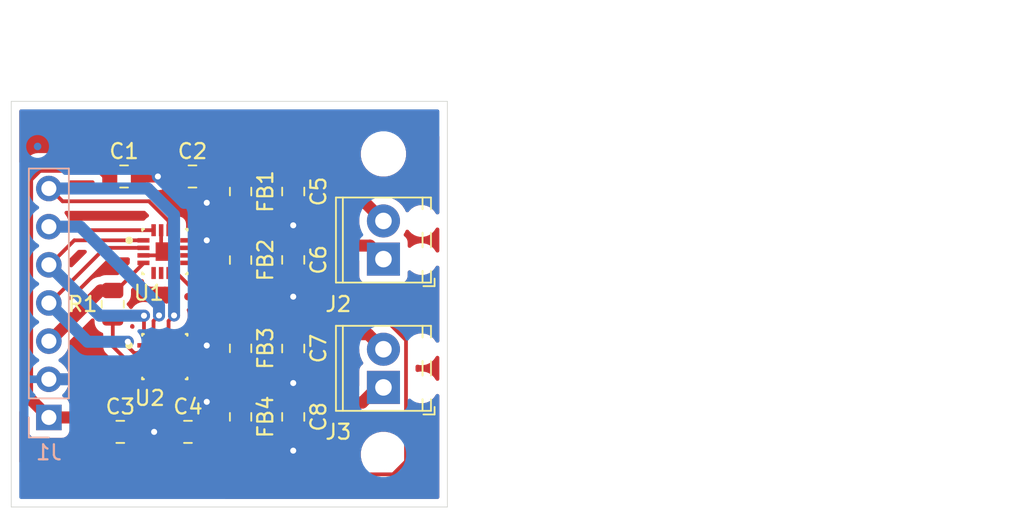
<source format=kicad_pcb>
(kicad_pcb (version 20171130) (host pcbnew "(5.1.10)-1")

  (general
    (thickness 1.6)
    (drawings 19)
    (tracks 152)
    (zones 0)
    (modules 24)
    (nets 17)
  )

  (page A4)
  (title_block
    (title "Réplica de adaptador de amplificador Adafruit I2S Clase D")
    (date 2021-10-14)
    (rev 2.0)
    (company "Creative Commons License")
    (comment 1 "Revisor: Ivan Vargas Marza")
    (comment 2 "Autor: Ivan Vargas Marza")
    (comment 3 "ID del Documento: TPF-IVM-01")
  )

  (layers
    (0 F.Cu signal)
    (31 B.Cu signal)
    (32 B.Adhes user)
    (33 F.Adhes user)
    (34 B.Paste user)
    (35 F.Paste user)
    (36 B.SilkS user)
    (37 F.SilkS user)
    (38 B.Mask user)
    (39 F.Mask user)
    (40 Dwgs.User user)
    (41 Cmts.User user)
    (42 Eco1.User user)
    (43 Eco2.User user)
    (44 Edge.Cuts user)
    (45 Margin user)
    (46 B.CrtYd user)
    (47 F.CrtYd user)
    (48 B.Fab user hide)
    (49 F.Fab user hide)
  )

  (setup
    (last_trace_width 0.25)
    (user_trace_width 0.3)
    (user_trace_width 0.7)
    (user_trace_width 0.8)
    (trace_clearance 0.2)
    (zone_clearance 0.508)
    (zone_45_only no)
    (trace_min 0.2)
    (via_size 0.8)
    (via_drill 0.4)
    (via_min_size 0.4)
    (via_min_drill 0.3)
    (user_via 1.4 0.7)
    (user_via 1.6 0.8)
    (uvia_size 0.3)
    (uvia_drill 0.1)
    (uvias_allowed no)
    (uvia_min_size 0.2)
    (uvia_min_drill 0.1)
    (edge_width 0.05)
    (segment_width 0.2)
    (pcb_text_width 0.3)
    (pcb_text_size 1.5 1.5)
    (mod_edge_width 0.12)
    (mod_text_size 1 1)
    (mod_text_width 0.15)
    (pad_size 1.524 1.524)
    (pad_drill 0.762)
    (pad_to_mask_clearance 0)
    (aux_axis_origin 0 0)
    (visible_elements 7FFFFFFF)
    (pcbplotparams
      (layerselection 0x3d1fc_ffffffff)
      (usegerberextensions false)
      (usegerberattributes true)
      (usegerberadvancedattributes true)
      (creategerberjobfile true)
      (excludeedgelayer true)
      (linewidth 0.100000)
      (plotframeref false)
      (viasonmask false)
      (mode 1)
      (useauxorigin false)
      (hpglpennumber 1)
      (hpglpenspeed 20)
      (hpglpendiameter 15.000000)
      (psnegative false)
      (psa4output false)
      (plotreference true)
      (plotvalue true)
      (plotinvisibletext false)
      (padsonsilk false)
      (subtractmaskfromsilk false)
      (outputformat 1)
      (mirror false)
      (drillshape 0)
      (scaleselection 1)
      (outputdirectory ""))
  )

  (net 0 "")
  (net 1 GND)
  (net 2 VCC)
  (net 3 "Net-(C5-Pad1)")
  (net 4 "Net-(C6-Pad1)")
  (net 5 "Net-(C7-Pad1)")
  (net 6 "Net-(C8-Pad1)")
  (net 7 "Net-(FB1-Pad1)")
  (net 8 "Net-(FB2-Pad1)")
  (net 9 "Net-(FB3-Pad1)")
  (net 10 "Net-(FB4-Pad1)")
  (net 11 /SD_MODE)
  (net 12 /GAIN)
  (net 13 /DIN)
  (net 14 /BCLK)
  (net 15 /LRCLK)
  (net 16 "Net-(R1-Pad1)")

  (net_class Default "This is the default net class."
    (clearance 0.2)
    (trace_width 0.25)
    (via_dia 0.8)
    (via_drill 0.4)
    (uvia_dia 0.3)
    (uvia_drill 0.1)
    (add_net /BCLK)
    (add_net /DIN)
    (add_net /GAIN)
    (add_net /LRCLK)
    (add_net /SD_MODE)
    (add_net GND)
    (add_net "Net-(C5-Pad1)")
    (add_net "Net-(C6-Pad1)")
    (add_net "Net-(C7-Pad1)")
    (add_net "Net-(C8-Pad1)")
    (add_net "Net-(FB1-Pad1)")
    (add_net "Net-(FB2-Pad1)")
    (add_net "Net-(FB3-Pad1)")
    (add_net "Net-(FB4-Pad1)")
    (add_net "Net-(R1-Pad1)")
    (add_net VCC)
  )

  (module MAX98357AETE+T:Maxim_Electronics-21-0896-0-0-0 (layer F.Cu) (tedit 6167DAE0) (tstamp 6168BC2E)
    (at 117.96 105.74)
    (path /61770344)
    (clearance 0.05)
    (fp_text reference U2 (at -2.1 2.76) (layer F.SilkS)
      (effects (font (size 1 1) (thickness 0.15)) (justify left))
    )
    (fp_text value MAX98357AETE+T (at 0 0) (layer F.Fab) hide
      (effects (font (size 1.27 1.27) (thickness 0.15)))
    )
    (fp_line (start -1.5 1.5) (end -1.5 -1.5) (layer F.Fab) (width 0.15))
    (fp_line (start -1.5 -1.5) (end 1.5 -1.5) (layer F.Fab) (width 0.15))
    (fp_line (start 1.5 -1.5) (end 1.5 1.5) (layer F.Fab) (width 0.15))
    (fp_line (start 1.5 1.5) (end -1.5 1.5) (layer F.Fab) (width 0.15))
    (fp_line (start 1.85 -1.85) (end 1.85 -1.85) (layer F.CrtYd) (width 0.15))
    (fp_line (start 1.85 -1.85) (end -1.85 -1.85) (layer F.CrtYd) (width 0.15))
    (fp_line (start -1.85 -1.85) (end -1.85 1.85) (layer F.CrtYd) (width 0.15))
    (fp_line (start -1.85 1.85) (end 1.85 1.85) (layer F.CrtYd) (width 0.15))
    (fp_line (start 1.85 1.85) (end 1.85 -1.85) (layer F.CrtYd) (width 0.15))
    (fp_circle (center -2.375 -0.75) (end -2.25 -0.75) (layer F.SilkS) (width 0.25))
    (fp_line (start -1.5 1.5) (end -1.4 1.5) (layer F.SilkS) (width 0.15))
    (fp_line (start 1.4 1.5) (end 1.5 1.5) (layer F.SilkS) (width 0.15))
    (fp_line (start 1.4 -1.5) (end 1.5 -1.5) (layer F.SilkS) (width 0.15))
    (fp_line (start -1.5 -1.5) (end -1.4 -1.5) (layer F.SilkS) (width 0.15))
    (fp_line (start -1.5 -1.4) (end -1.5 -1.5) (layer F.SilkS) (width 0.15))
    (fp_line (start 1.5 -1.4) (end 1.5 -1.5) (layer F.SilkS) (width 0.15))
    (fp_line (start 1.5 1.5) (end 1.5 1.4) (layer F.SilkS) (width 0.15))
    (fp_line (start -1.5 1.5) (end -1.5 1.4) (layer F.SilkS) (width 0.15))
    (pad 1 smd rect (at -1.425 -0.75) (size 0.8 0.3) (layers F.Cu F.Paste F.Mask)
      (net 13 /DIN))
    (pad 2 smd rect (at -1.425 -0.25) (size 0.8 0.3) (layers F.Cu F.Paste F.Mask)
      (net 12 /GAIN))
    (pad 3 smd rect (at -1.425 0.25) (size 0.8 0.3) (layers F.Cu F.Paste F.Mask)
      (net 1 GND))
    (pad 4 smd rect (at -1.425 0.75) (size 0.8 0.3) (layers F.Cu F.Paste F.Mask)
      (net 16 "Net-(R1-Pad1)"))
    (pad 9 smd rect (at 1.425 0.75) (size 0.8 0.3) (layers F.Cu F.Paste F.Mask)
      (net 10 "Net-(FB4-Pad1)"))
    (pad 10 smd rect (at 1.425 0.25) (size 0.8 0.3) (layers F.Cu F.Paste F.Mask)
      (net 9 "Net-(FB3-Pad1)"))
    (pad 11 smd rect (at 1.425 -0.25) (size 0.8 0.3) (layers F.Cu F.Paste F.Mask)
      (net 1 GND))
    (pad 12 smd rect (at 1.425 -0.75) (size 0.8 0.3) (layers F.Cu F.Paste F.Mask))
    (pad 5 smd rect (at -0.75 1.425) (size 0.3 0.8) (layers F.Cu F.Paste F.Mask))
    (pad 6 smd rect (at -0.25 1.425) (size 0.3 0.8) (layers F.Cu F.Paste F.Mask))
    (pad 7 smd rect (at 0.25 1.425) (size 0.3 0.8) (layers F.Cu F.Paste F.Mask)
      (net 2 VCC))
    (pad 8 smd rect (at 0.75 1.425) (size 0.3 0.8) (layers F.Cu F.Paste F.Mask)
      (net 2 VCC))
    (pad 13 smd rect (at 0.75 -1.425) (size 0.3 0.8) (layers F.Cu F.Paste F.Mask))
    (pad 14 smd rect (at 0.25 -1.425) (size 0.3 0.8) (layers F.Cu F.Paste F.Mask)
      (net 15 /LRCLK))
    (pad 15 smd rect (at -0.25 -1.425) (size 0.3 0.8) (layers F.Cu F.Paste F.Mask)
      (net 1 GND))
    (pad 16 smd rect (at -0.75 -1.425) (size 0.3 0.8) (layers F.Cu F.Paste F.Mask)
      (net 14 /BCLK))
    (pad 17 smd rect (at 0 0) (size 1.23 1.23) (layers F.Cu F.Paste F.Mask)
      (net 1 GND))
    (model eec.models/Maxim_Electronics_-_MAX98357AETE+T.step
      (at (xyz 0 0 0))
      (scale (xyz 1 1 1))
      (rotate (xyz 0 0 0))
    )
    (model "D:/Programas/KiCad/lib/IC_Maxim Electronics_MAX98357AETE+T/eec.models/Maxim_Electronics_-_MAX98357AETE+T.step"
      (at (xyz 0 0 0))
      (scale (xyz 1 1 1))
      (rotate (xyz 0 0 0))
    )
  )

  (module Connector_PinHeader_2.54mm:PinHeader_1x07_P2.54mm_Vertical (layer B.Cu) (tedit 59FED5CC) (tstamp 6167FA22)
    (at 110.25 109.79)
    (descr "Through hole straight pin header, 1x07, 2.54mm pitch, single row")
    (tags "Through hole pin header THT 1x07 2.54mm single row")
    (path /614C06CB)
    (fp_text reference J1 (at 0 2.33) (layer B.SilkS)
      (effects (font (size 1 1) (thickness 0.15)) (justify mirror))
    )
    (fp_text value Conn_01x07 (at 0 -17.57) (layer B.Fab)
      (effects (font (size 1 1) (thickness 0.15)) (justify mirror))
    )
    (fp_line (start 1.8 1.8) (end -1.8 1.8) (layer B.CrtYd) (width 0.05))
    (fp_line (start 1.8 -17.05) (end 1.8 1.8) (layer B.CrtYd) (width 0.05))
    (fp_line (start -1.8 -17.05) (end 1.8 -17.05) (layer B.CrtYd) (width 0.05))
    (fp_line (start -1.8 1.8) (end -1.8 -17.05) (layer B.CrtYd) (width 0.05))
    (fp_line (start -1.33 1.33) (end 0 1.33) (layer B.SilkS) (width 0.12))
    (fp_line (start -1.33 0) (end -1.33 1.33) (layer B.SilkS) (width 0.12))
    (fp_line (start -1.33 -1.27) (end 1.33 -1.27) (layer B.SilkS) (width 0.12))
    (fp_line (start 1.33 -1.27) (end 1.33 -16.57) (layer B.SilkS) (width 0.12))
    (fp_line (start -1.33 -1.27) (end -1.33 -16.57) (layer B.SilkS) (width 0.12))
    (fp_line (start -1.33 -16.57) (end 1.33 -16.57) (layer B.SilkS) (width 0.12))
    (fp_line (start -1.27 0.635) (end -0.635 1.27) (layer B.Fab) (width 0.1))
    (fp_line (start -1.27 -16.51) (end -1.27 0.635) (layer B.Fab) (width 0.1))
    (fp_line (start 1.27 -16.51) (end -1.27 -16.51) (layer B.Fab) (width 0.1))
    (fp_line (start 1.27 1.27) (end 1.27 -16.51) (layer B.Fab) (width 0.1))
    (fp_line (start -0.635 1.27) (end 1.27 1.27) (layer B.Fab) (width 0.1))
    (fp_text user %R (at 0 -7.62 270) (layer B.Fab)
      (effects (font (size 1 1) (thickness 0.15)) (justify mirror))
    )
    (pad 1 thru_hole rect (at 0 0) (size 1.7 1.7) (drill 1) (layers *.Cu *.Mask)
      (net 2 VCC))
    (pad 2 thru_hole oval (at 0 -2.54) (size 1.7 1.7) (drill 1) (layers *.Cu *.Mask)
      (net 1 GND))
    (pad 3 thru_hole oval (at 0 -5.08) (size 1.7 1.7) (drill 1) (layers *.Cu *.Mask)
      (net 11 /SD_MODE))
    (pad 4 thru_hole oval (at 0 -7.62) (size 1.7 1.7) (drill 1) (layers *.Cu *.Mask)
      (net 12 /GAIN))
    (pad 5 thru_hole oval (at 0 -10.16) (size 1.7 1.7) (drill 1) (layers *.Cu *.Mask)
      (net 13 /DIN))
    (pad 6 thru_hole oval (at 0 -12.7) (size 1.7 1.7) (drill 1) (layers *.Cu *.Mask)
      (net 14 /BCLK))
    (pad 7 thru_hole oval (at 0 -15.24) (size 1.7 1.7) (drill 1) (layers *.Cu *.Mask)
      (net 15 /LRCLK))
    (model ${KISYS3DMOD}/Connector_PinHeader_2.54mm.3dshapes/PinHeader_1x07_P2.54mm_Vertical.wrl
      (at (xyz 0 0 0))
      (scale (xyz 1 1 1))
      (rotate (xyz 0 0 0))
    )
  )

  (module Fiducial:Fiducial_0.5mm_Mask1mm (layer B.Cu) (tedit 5C18CB26) (tstamp 614C624C)
    (at 109.5 91.75)
    (descr "Circular Fiducial, 0.5mm bare copper, 1mm soldermask opening (Level C)")
    (tags fiducial)
    (path /6154A364)
    (attr smd)
    (fp_text reference FID1 (at 0 1.5) (layer B.SilkS) hide
      (effects (font (size 1 1) (thickness 0.15)) (justify mirror))
    )
    (fp_text value Fiducial (at 0 -1.5) (layer B.Fab)
      (effects (font (size 1 1) (thickness 0.15)) (justify mirror))
    )
    (fp_circle (center 0 0) (end 0.5 0) (layer B.Fab) (width 0.1))
    (fp_circle (center 0 0) (end 0.75 0) (layer B.CrtYd) (width 0.05))
    (fp_text user %R (at 0 0) (layer B.Fab)
      (effects (font (size 0.2 0.2) (thickness 0.04)) (justify mirror))
    )
    (pad "" smd circle (at 0 0) (size 0.5 0.5) (layers B.Cu B.Mask)
      (solder_mask_margin 0.25) (clearance 0.25))
  )

  (module Fiducial:Fiducial_0.5mm_Mask1mm (layer F.Cu) (tedit 5C18CB26) (tstamp 614C6254)
    (at 119.5 101.75)
    (descr "Circular Fiducial, 0.5mm bare copper, 1mm soldermask opening (Level C)")
    (tags fiducial)
    (path /6154D726)
    (attr smd)
    (fp_text reference FID2 (at 0 -1.5) (layer F.SilkS) hide
      (effects (font (size 1 1) (thickness 0.15)))
    )
    (fp_text value Fiducial (at 0 1.5) (layer F.Fab)
      (effects (font (size 1 1) (thickness 0.15)))
    )
    (fp_circle (center 0 0) (end 0.5 0) (layer F.Fab) (width 0.1))
    (fp_circle (center 0 0) (end 0.75 0) (layer F.CrtYd) (width 0.05))
    (fp_text user %R (at 0 0) (layer F.Fab)
      (effects (font (size 0.2 0.2) (thickness 0.04)))
    )
    (pad "" smd circle (at 0 0) (size 0.5 0.5) (layers F.Cu F.Mask)
      (solder_mask_margin 0.25) (clearance 0.25))
  )

  (module Fiducial:Fiducial_0.5mm_Mask1mm (layer F.Cu) (tedit 5C18CB26) (tstamp 614C625C)
    (at 119.5 108.75)
    (descr "Circular Fiducial, 0.5mm bare copper, 1mm soldermask opening (Level C)")
    (tags fiducial)
    (path /6154B15E)
    (attr smd)
    (fp_text reference FID3 (at 0 -1.5) (layer F.SilkS) hide
      (effects (font (size 1 1) (thickness 0.15)))
    )
    (fp_text value Fiducial (at 0 1.5) (layer F.Fab)
      (effects (font (size 1 1) (thickness 0.15)))
    )
    (fp_circle (center 0 0) (end 0.75 0) (layer F.CrtYd) (width 0.05))
    (fp_circle (center 0 0) (end 0.5 0) (layer F.Fab) (width 0.1))
    (fp_text user %R (at 0 0) (layer F.Fab)
      (effects (font (size 0.2 0.2) (thickness 0.04)))
    )
    (pad "" smd circle (at 0 0) (size 0.5 0.5) (layers F.Cu F.Mask)
      (solder_mask_margin 0.25) (clearance 0.25))
  )

  (module Fiducial:Fiducial_0.5mm_Mask1mm (layer F.Cu) (tedit 5C18CB26) (tstamp 614C6264)
    (at 134.5 102.25)
    (descr "Circular Fiducial, 0.5mm bare copper, 1mm soldermask opening (Level C)")
    (tags fiducial)
    (path /6154F9A8)
    (attr smd)
    (fp_text reference FID4 (at 0 -1.5) (layer F.SilkS) hide
      (effects (font (size 1 1) (thickness 0.15)))
    )
    (fp_text value Fiducial (at 0 1.5) (layer F.Fab)
      (effects (font (size 1 1) (thickness 0.15)))
    )
    (fp_circle (center 0 0) (end 0.75 0) (layer F.CrtYd) (width 0.05))
    (fp_circle (center 0 0) (end 0.5 0) (layer F.Fab) (width 0.1))
    (fp_text user %R (at 0 0) (layer F.Fab)
      (effects (font (size 0.2 0.2) (thickness 0.04)))
    )
    (pad "" smd circle (at 0 0) (size 0.5 0.5) (layers F.Cu F.Mask)
      (solder_mask_margin 0.25) (clearance 0.25))
  )

  (module MountingHole:MountingHole_2mm (layer F.Cu) (tedit 5B924920) (tstamp 614C626C)
    (at 132.5 92.25)
    (descr "Mounting Hole 2mm, no annular")
    (tags "mounting hole 2mm no annular")
    (path /6154663C)
    (attr virtual)
    (fp_text reference H1 (at 0 -3.2) (layer F.SilkS) hide
      (effects (font (size 1 1) (thickness 0.15)))
    )
    (fp_text value MountingHole (at 0 3.1) (layer F.Fab)
      (effects (font (size 1 1) (thickness 0.15)))
    )
    (fp_circle (center 0 0) (end 2 0) (layer Cmts.User) (width 0.15))
    (fp_circle (center 0 0) (end 2.25 0) (layer F.CrtYd) (width 0.05))
    (fp_text user %R (at 0.3 0) (layer F.Fab)
      (effects (font (size 1 1) (thickness 0.15)))
    )
    (pad "" np_thru_hole circle (at 0 0) (size 2 2) (drill 2) (layers *.Cu *.Mask))
  )

  (module MountingHole:MountingHole_2mm (layer F.Cu) (tedit 5B924920) (tstamp 614C6274)
    (at 132.5 112.25)
    (descr "Mounting Hole 2mm, no annular")
    (tags "mounting hole 2mm no annular")
    (path /615478E5)
    (attr virtual)
    (fp_text reference H2 (at 0 -3.2) (layer F.SilkS) hide
      (effects (font (size 1 1) (thickness 0.15)))
    )
    (fp_text value MountingHole (at 0 3.1) (layer F.Fab)
      (effects (font (size 1 1) (thickness 0.15)))
    )
    (fp_circle (center 0 0) (end 2.25 0) (layer F.CrtYd) (width 0.05))
    (fp_circle (center 0 0) (end 2 0) (layer Cmts.User) (width 0.15))
    (fp_text user %R (at 0.3 0) (layer F.Fab)
      (effects (font (size 1 1) (thickness 0.15)))
    )
    (pad "" np_thru_hole circle (at 0 0) (size 2 2) (drill 2) (layers *.Cu *.Mask))
  )

  (module TerminalBlock_Phoenix:TerminalBlock_Phoenix_MPT-0,5-2-2.54_1x02_P2.54mm_Horizontal (layer F.Cu) (tedit 5B294F98) (tstamp 614C62B5)
    (at 132.5 99.25 90)
    (descr "Terminal Block Phoenix MPT-0,5-2-2.54, 2 pins, pitch 2.54mm, size 5.54x6.2mm^2, drill diamater 1.1mm, pad diameter 2.2mm, see http://www.mouser.com/ds/2/324/ItemDetail_1725656-920552.pdf, script-generated using https://github.com/pointhi/kicad-footprint-generator/scripts/TerminalBlock_Phoenix")
    (tags "THT Terminal Block Phoenix MPT-0,5-2-2.54 pitch 2.54mm size 5.54x6.2mm^2 drill 1.1mm pad 2.2mm")
    (path /614E3FAA)
    (fp_text reference J2 (at -3 -3 180) (layer F.SilkS)
      (effects (font (size 1 1) (thickness 0.15)))
    )
    (fp_text value Conn_01x02 (at 1.27 4.16 90) (layer F.Fab)
      (effects (font (size 1 1) (thickness 0.15)))
    )
    (fp_circle (center 0 0) (end 1.1 0) (layer F.Fab) (width 0.1))
    (fp_circle (center 2.54 0) (end 3.64 0) (layer F.Fab) (width 0.1))
    (fp_line (start -1.5 -3.1) (end 4.04 -3.1) (layer F.Fab) (width 0.1))
    (fp_line (start 4.04 -3.1) (end 4.04 3.1) (layer F.Fab) (width 0.1))
    (fp_line (start 4.04 3.1) (end -1 3.1) (layer F.Fab) (width 0.1))
    (fp_line (start -1 3.1) (end -1.5 2.6) (layer F.Fab) (width 0.1))
    (fp_line (start -1.5 2.6) (end -1.5 -3.1) (layer F.Fab) (width 0.1))
    (fp_line (start -1.5 2.6) (end 4.04 2.6) (layer F.Fab) (width 0.1))
    (fp_line (start -1.56 2.6) (end -0.79 2.6) (layer F.SilkS) (width 0.12))
    (fp_line (start 0.79 2.6) (end 1.75 2.6) (layer F.SilkS) (width 0.12))
    (fp_line (start 3.33 2.6) (end 4.1 2.6) (layer F.SilkS) (width 0.12))
    (fp_line (start -1.5 -2.7) (end 4.04 -2.7) (layer F.Fab) (width 0.1))
    (fp_line (start -1.56 -2.7) (end 4.1 -2.7) (layer F.SilkS) (width 0.12))
    (fp_line (start -1.56 -3.16) (end 4.1 -3.16) (layer F.SilkS) (width 0.12))
    (fp_line (start -1.56 3.16) (end -0.79 3.16) (layer F.SilkS) (width 0.12))
    (fp_line (start 0.79 3.16) (end 1.75 3.16) (layer F.SilkS) (width 0.12))
    (fp_line (start 3.33 3.16) (end 4.1 3.16) (layer F.SilkS) (width 0.12))
    (fp_line (start -1.56 -3.16) (end -1.56 3.16) (layer F.SilkS) (width 0.12))
    (fp_line (start 4.1 -3.16) (end 4.1 3.16) (layer F.SilkS) (width 0.12))
    (fp_line (start 0.835 -0.7) (end -0.701 0.835) (layer F.Fab) (width 0.1))
    (fp_line (start 0.701 -0.835) (end -0.835 0.7) (layer F.Fab) (width 0.1))
    (fp_line (start 3.375 -0.7) (end 1.84 0.835) (layer F.Fab) (width 0.1))
    (fp_line (start 3.241 -0.835) (end 1.706 0.7) (layer F.Fab) (width 0.1))
    (fp_line (start -1.8 2.66) (end -1.8 3.4) (layer F.SilkS) (width 0.12))
    (fp_line (start -1.8 3.4) (end -1.3 3.4) (layer F.SilkS) (width 0.12))
    (fp_line (start -2 -3.6) (end -2 3.6) (layer F.CrtYd) (width 0.05))
    (fp_line (start -2 3.6) (end 4.54 3.6) (layer F.CrtYd) (width 0.05))
    (fp_line (start 4.54 3.6) (end 4.54 -3.6) (layer F.CrtYd) (width 0.05))
    (fp_line (start 4.54 -3.6) (end -2 -3.6) (layer F.CrtYd) (width 0.05))
    (fp_text user %R (at 1.27 2 90) (layer F.Fab)
      (effects (font (size 1 1) (thickness 0.15)))
    )
    (pad "" np_thru_hole circle (at 2.54 2.54 90) (size 1.1 1.1) (drill 1.1) (layers *.Cu *.Mask))
    (pad 2 thru_hole circle (at 2.54 0 90) (size 2.2 2.2) (drill 1.1) (layers *.Cu *.Mask)
      (net 3 "Net-(C5-Pad1)"))
    (pad "" np_thru_hole circle (at 0 2.54 90) (size 1.1 1.1) (drill 1.1) (layers *.Cu *.Mask))
    (pad 1 thru_hole rect (at 0 0 90) (size 2.2 2.2) (drill 1.1) (layers *.Cu *.Mask)
      (net 4 "Net-(C6-Pad1)"))
    (model ${KISYS3DMOD}/TerminalBlock_Phoenix.3dshapes/TerminalBlock_Phoenix_MPT-0,5-2-2.54_1x02_P2.54mm_Horizontal.wrl
      (at (xyz 0 0 0))
      (scale (xyz 1 1 1))
      (rotate (xyz 0 0 0))
    )
  )

  (module TerminalBlock_Phoenix:TerminalBlock_Phoenix_MPT-0,5-2-2.54_1x02_P2.54mm_Horizontal (layer F.Cu) (tedit 5B294F98) (tstamp 6168997B)
    (at 132.5 107.79 90)
    (descr "Terminal Block Phoenix MPT-0,5-2-2.54, 2 pins, pitch 2.54mm, size 5.54x6.2mm^2, drill diamater 1.1mm, pad diameter 2.2mm, see http://www.mouser.com/ds/2/324/ItemDetail_1725656-920552.pdf, script-generated using https://github.com/pointhi/kicad-footprint-generator/scripts/TerminalBlock_Phoenix")
    (tags "THT Terminal Block Phoenix MPT-0,5-2-2.54 pitch 2.54mm size 5.54x6.2mm^2 drill 1.1mm pad 2.2mm")
    (path /614E5908)
    (fp_text reference J3 (at -2.96 -3 180) (layer F.SilkS)
      (effects (font (size 1 1) (thickness 0.15)))
    )
    (fp_text value Conn_01x02 (at 1.27 4.16 90) (layer F.Fab)
      (effects (font (size 1 1) (thickness 0.15)))
    )
    (fp_line (start 4.54 -3.6) (end -2 -3.6) (layer F.CrtYd) (width 0.05))
    (fp_line (start 4.54 3.6) (end 4.54 -3.6) (layer F.CrtYd) (width 0.05))
    (fp_line (start -2 3.6) (end 4.54 3.6) (layer F.CrtYd) (width 0.05))
    (fp_line (start -2 -3.6) (end -2 3.6) (layer F.CrtYd) (width 0.05))
    (fp_line (start -1.8 3.4) (end -1.3 3.4) (layer F.SilkS) (width 0.12))
    (fp_line (start -1.8 2.66) (end -1.8 3.4) (layer F.SilkS) (width 0.12))
    (fp_line (start 3.241 -0.835) (end 1.706 0.7) (layer F.Fab) (width 0.1))
    (fp_line (start 3.375 -0.7) (end 1.84 0.835) (layer F.Fab) (width 0.1))
    (fp_line (start 0.701 -0.835) (end -0.835 0.7) (layer F.Fab) (width 0.1))
    (fp_line (start 0.835 -0.7) (end -0.701 0.835) (layer F.Fab) (width 0.1))
    (fp_line (start 4.1 -3.16) (end 4.1 3.16) (layer F.SilkS) (width 0.12))
    (fp_line (start -1.56 -3.16) (end -1.56 3.16) (layer F.SilkS) (width 0.12))
    (fp_line (start 3.33 3.16) (end 4.1 3.16) (layer F.SilkS) (width 0.12))
    (fp_line (start 0.79 3.16) (end 1.75 3.16) (layer F.SilkS) (width 0.12))
    (fp_line (start -1.56 3.16) (end -0.79 3.16) (layer F.SilkS) (width 0.12))
    (fp_line (start -1.56 -3.16) (end 4.1 -3.16) (layer F.SilkS) (width 0.12))
    (fp_line (start -1.56 -2.7) (end 4.1 -2.7) (layer F.SilkS) (width 0.12))
    (fp_line (start -1.5 -2.7) (end 4.04 -2.7) (layer F.Fab) (width 0.1))
    (fp_line (start 3.33 2.6) (end 4.1 2.6) (layer F.SilkS) (width 0.12))
    (fp_line (start 0.79 2.6) (end 1.75 2.6) (layer F.SilkS) (width 0.12))
    (fp_line (start -1.56 2.6) (end -0.79 2.6) (layer F.SilkS) (width 0.12))
    (fp_line (start -1.5 2.6) (end 4.04 2.6) (layer F.Fab) (width 0.1))
    (fp_line (start -1.5 2.6) (end -1.5 -3.1) (layer F.Fab) (width 0.1))
    (fp_line (start -1 3.1) (end -1.5 2.6) (layer F.Fab) (width 0.1))
    (fp_line (start 4.04 3.1) (end -1 3.1) (layer F.Fab) (width 0.1))
    (fp_line (start 4.04 -3.1) (end 4.04 3.1) (layer F.Fab) (width 0.1))
    (fp_line (start -1.5 -3.1) (end 4.04 -3.1) (layer F.Fab) (width 0.1))
    (fp_circle (center 2.54 0) (end 3.64 0) (layer F.Fab) (width 0.1))
    (fp_circle (center 0 0) (end 1.1 0) (layer F.Fab) (width 0.1))
    (fp_text user %R (at 1.27 2 90) (layer F.Fab)
      (effects (font (size 1 1) (thickness 0.15)))
    )
    (pad 1 thru_hole rect (at 0 0 90) (size 2.2 2.2) (drill 1.1) (layers *.Cu *.Mask)
      (net 6 "Net-(C8-Pad1)"))
    (pad "" np_thru_hole circle (at 0 2.54 90) (size 1.1 1.1) (drill 1.1) (layers *.Cu *.Mask))
    (pad 2 thru_hole circle (at 2.54 0 90) (size 2.2 2.2) (drill 1.1) (layers *.Cu *.Mask)
      (net 5 "Net-(C7-Pad1)"))
    (pad "" np_thru_hole circle (at 2.54 2.54 90) (size 1.1 1.1) (drill 1.1) (layers *.Cu *.Mask))
    (model ${KISYS3DMOD}/TerminalBlock_Phoenix.3dshapes/TerminalBlock_Phoenix_MPT-0,5-2-2.54_1x02_P2.54mm_Horizontal.wrl
      (at (xyz 0 0 0))
      (scale (xyz 1 1 1))
      (rotate (xyz 0 0 0))
    )
  )

  (module Capacitor_SMD:C_0805_2012Metric (layer F.Cu) (tedit 5F68FEEE) (tstamp 614D122C)
    (at 115.25 93.75)
    (descr "Capacitor SMD 0805 (2012 Metric), square (rectangular) end terminal, IPC_7351 nominal, (Body size source: IPC-SM-782 page 76, https://www.pcb-3d.com/wordpress/wp-content/uploads/ipc-sm-782a_amendment_1_and_2.pdf, https://docs.google.com/spreadsheets/d/1BsfQQcO9C6DZCsRaXUlFlo91Tg2WpOkGARC1WS5S8t0/edit?usp=sharing), generated with kicad-footprint-generator")
    (tags capacitor)
    (path /613AE1A6)
    (attr smd)
    (fp_text reference C1 (at 0 -1.68) (layer F.SilkS)
      (effects (font (size 1 1) (thickness 0.15)))
    )
    (fp_text value 10uF (at 0 1.68) (layer F.Fab)
      (effects (font (size 1 1) (thickness 0.15)))
    )
    (fp_line (start 1.7 0.98) (end -1.7 0.98) (layer F.CrtYd) (width 0.05))
    (fp_line (start 1.7 -0.98) (end 1.7 0.98) (layer F.CrtYd) (width 0.05))
    (fp_line (start -1.7 -0.98) (end 1.7 -0.98) (layer F.CrtYd) (width 0.05))
    (fp_line (start -1.7 0.98) (end -1.7 -0.98) (layer F.CrtYd) (width 0.05))
    (fp_line (start -0.261252 0.735) (end 0.261252 0.735) (layer F.SilkS) (width 0.12))
    (fp_line (start -0.261252 -0.735) (end 0.261252 -0.735) (layer F.SilkS) (width 0.12))
    (fp_line (start 1 0.625) (end -1 0.625) (layer F.Fab) (width 0.1))
    (fp_line (start 1 -0.625) (end 1 0.625) (layer F.Fab) (width 0.1))
    (fp_line (start -1 -0.625) (end 1 -0.625) (layer F.Fab) (width 0.1))
    (fp_line (start -1 0.625) (end -1 -0.625) (layer F.Fab) (width 0.1))
    (fp_text user %R (at 0 0) (layer F.Fab)
      (effects (font (size 0.5 0.5) (thickness 0.08)))
    )
    (pad 2 smd roundrect (at 0.95 0) (size 1 1.45) (layers F.Cu F.Paste F.Mask) (roundrect_rratio 0.25)
      (net 1 GND))
    (pad 1 smd roundrect (at -0.95 0) (size 1 1.45) (layers F.Cu F.Paste F.Mask) (roundrect_rratio 0.25)
      (net 2 VCC))
    (model ${KISYS3DMOD}/Capacitor_SMD.3dshapes/C_0805_2012Metric.wrl
      (at (xyz 0 0 0))
      (scale (xyz 1 1 1))
      (rotate (xyz 0 0 0))
    )
  )

  (module Capacitor_SMD:C_0805_2012Metric (layer F.Cu) (tedit 5F68FEEE) (tstamp 614D123C)
    (at 119.8 93.75)
    (descr "Capacitor SMD 0805 (2012 Metric), square (rectangular) end terminal, IPC_7351 nominal, (Body size source: IPC-SM-782 page 76, https://www.pcb-3d.com/wordpress/wp-content/uploads/ipc-sm-782a_amendment_1_and_2.pdf, https://docs.google.com/spreadsheets/d/1BsfQQcO9C6DZCsRaXUlFlo91Tg2WpOkGARC1WS5S8t0/edit?usp=sharing), generated with kicad-footprint-generator")
    (tags capacitor)
    (path /613ADB00)
    (attr smd)
    (fp_text reference C2 (at 0 -1.68) (layer F.SilkS)
      (effects (font (size 1 1) (thickness 0.15)))
    )
    (fp_text value 0.1uF (at 0 1.68) (layer F.Fab)
      (effects (font (size 1 1) (thickness 0.15)))
    )
    (fp_line (start -1 0.625) (end -1 -0.625) (layer F.Fab) (width 0.1))
    (fp_line (start -1 -0.625) (end 1 -0.625) (layer F.Fab) (width 0.1))
    (fp_line (start 1 -0.625) (end 1 0.625) (layer F.Fab) (width 0.1))
    (fp_line (start 1 0.625) (end -1 0.625) (layer F.Fab) (width 0.1))
    (fp_line (start -0.261252 -0.735) (end 0.261252 -0.735) (layer F.SilkS) (width 0.12))
    (fp_line (start -0.261252 0.735) (end 0.261252 0.735) (layer F.SilkS) (width 0.12))
    (fp_line (start -1.7 0.98) (end -1.7 -0.98) (layer F.CrtYd) (width 0.05))
    (fp_line (start -1.7 -0.98) (end 1.7 -0.98) (layer F.CrtYd) (width 0.05))
    (fp_line (start 1.7 -0.98) (end 1.7 0.98) (layer F.CrtYd) (width 0.05))
    (fp_line (start 1.7 0.98) (end -1.7 0.98) (layer F.CrtYd) (width 0.05))
    (fp_text user %R (at 0 0) (layer F.Fab)
      (effects (font (size 0.5 0.5) (thickness 0.08)))
    )
    (pad 1 smd roundrect (at -0.95 0) (size 1 1.45) (layers F.Cu F.Paste F.Mask) (roundrect_rratio 0.25)
      (net 2 VCC))
    (pad 2 smd roundrect (at 0.95 0) (size 1 1.45) (layers F.Cu F.Paste F.Mask) (roundrect_rratio 0.25)
      (net 1 GND))
    (model ${KISYS3DMOD}/Capacitor_SMD.3dshapes/C_0805_2012Metric.wrl
      (at (xyz 0 0 0))
      (scale (xyz 1 1 1))
      (rotate (xyz 0 0 0))
    )
  )

  (module Capacitor_SMD:C_0805_2012Metric (layer F.Cu) (tedit 5F68FEEE) (tstamp 614D124C)
    (at 115 110.75)
    (descr "Capacitor SMD 0805 (2012 Metric), square (rectangular) end terminal, IPC_7351 nominal, (Body size source: IPC-SM-782 page 76, https://www.pcb-3d.com/wordpress/wp-content/uploads/ipc-sm-782a_amendment_1_and_2.pdf, https://docs.google.com/spreadsheets/d/1BsfQQcO9C6DZCsRaXUlFlo91Tg2WpOkGARC1WS5S8t0/edit?usp=sharing), generated with kicad-footprint-generator")
    (tags capacitor)
    (path /613CE15D)
    (attr smd)
    (fp_text reference C3 (at 0 -1.68) (layer F.SilkS)
      (effects (font (size 1 1) (thickness 0.15)))
    )
    (fp_text value 10uF (at 0 1.68) (layer F.Fab)
      (effects (font (size 1 1) (thickness 0.15)))
    )
    (fp_line (start -1 0.625) (end -1 -0.625) (layer F.Fab) (width 0.1))
    (fp_line (start -1 -0.625) (end 1 -0.625) (layer F.Fab) (width 0.1))
    (fp_line (start 1 -0.625) (end 1 0.625) (layer F.Fab) (width 0.1))
    (fp_line (start 1 0.625) (end -1 0.625) (layer F.Fab) (width 0.1))
    (fp_line (start -0.261252 -0.735) (end 0.261252 -0.735) (layer F.SilkS) (width 0.12))
    (fp_line (start -0.261252 0.735) (end 0.261252 0.735) (layer F.SilkS) (width 0.12))
    (fp_line (start -1.7 0.98) (end -1.7 -0.98) (layer F.CrtYd) (width 0.05))
    (fp_line (start -1.7 -0.98) (end 1.7 -0.98) (layer F.CrtYd) (width 0.05))
    (fp_line (start 1.7 -0.98) (end 1.7 0.98) (layer F.CrtYd) (width 0.05))
    (fp_line (start 1.7 0.98) (end -1.7 0.98) (layer F.CrtYd) (width 0.05))
    (fp_text user %R (at 0 0) (layer F.Fab)
      (effects (font (size 0.5 0.5) (thickness 0.08)))
    )
    (pad 1 smd roundrect (at -0.95 0) (size 1 1.45) (layers F.Cu F.Paste F.Mask) (roundrect_rratio 0.25)
      (net 2 VCC))
    (pad 2 smd roundrect (at 0.95 0) (size 1 1.45) (layers F.Cu F.Paste F.Mask) (roundrect_rratio 0.25)
      (net 1 GND))
    (model ${KISYS3DMOD}/Capacitor_SMD.3dshapes/C_0805_2012Metric.wrl
      (at (xyz 0 0 0))
      (scale (xyz 1 1 1))
      (rotate (xyz 0 0 0))
    )
  )

  (module Capacitor_SMD:C_0805_2012Metric (layer F.Cu) (tedit 5F68FEEE) (tstamp 614D125C)
    (at 119.5 110.75)
    (descr "Capacitor SMD 0805 (2012 Metric), square (rectangular) end terminal, IPC_7351 nominal, (Body size source: IPC-SM-782 page 76, https://www.pcb-3d.com/wordpress/wp-content/uploads/ipc-sm-782a_amendment_1_and_2.pdf, https://docs.google.com/spreadsheets/d/1BsfQQcO9C6DZCsRaXUlFlo91Tg2WpOkGARC1WS5S8t0/edit?usp=sharing), generated with kicad-footprint-generator")
    (tags capacitor)
    (path /613CE157)
    (attr smd)
    (fp_text reference C4 (at 0 -1.68) (layer F.SilkS)
      (effects (font (size 1 1) (thickness 0.15)))
    )
    (fp_text value 0.1uF (at 0 1.68) (layer F.Fab)
      (effects (font (size 1 1) (thickness 0.15)))
    )
    (fp_line (start -1 0.625) (end -1 -0.625) (layer F.Fab) (width 0.1))
    (fp_line (start -1 -0.625) (end 1 -0.625) (layer F.Fab) (width 0.1))
    (fp_line (start 1 -0.625) (end 1 0.625) (layer F.Fab) (width 0.1))
    (fp_line (start 1 0.625) (end -1 0.625) (layer F.Fab) (width 0.1))
    (fp_line (start -0.261252 -0.735) (end 0.261252 -0.735) (layer F.SilkS) (width 0.12))
    (fp_line (start -0.261252 0.735) (end 0.261252 0.735) (layer F.SilkS) (width 0.12))
    (fp_line (start -1.7 0.98) (end -1.7 -0.98) (layer F.CrtYd) (width 0.05))
    (fp_line (start -1.7 -0.98) (end 1.7 -0.98) (layer F.CrtYd) (width 0.05))
    (fp_line (start 1.7 -0.98) (end 1.7 0.98) (layer F.CrtYd) (width 0.05))
    (fp_line (start 1.7 0.98) (end -1.7 0.98) (layer F.CrtYd) (width 0.05))
    (fp_text user %R (at 0 0) (layer F.Fab)
      (effects (font (size 0.5 0.5) (thickness 0.08)))
    )
    (pad 1 smd roundrect (at -0.95 0) (size 1 1.45) (layers F.Cu F.Paste F.Mask) (roundrect_rratio 0.25)
      (net 2 VCC))
    (pad 2 smd roundrect (at 0.95 0) (size 1 1.45) (layers F.Cu F.Paste F.Mask) (roundrect_rratio 0.25)
      (net 1 GND))
    (model ${KISYS3DMOD}/Capacitor_SMD.3dshapes/C_0805_2012Metric.wrl
      (at (xyz 0 0 0))
      (scale (xyz 1 1 1))
      (rotate (xyz 0 0 0))
    )
  )

  (module Capacitor_SMD:C_0805_2012Metric (layer F.Cu) (tedit 5F68FEEE) (tstamp 614D126C)
    (at 126.5 94.75 270)
    (descr "Capacitor SMD 0805 (2012 Metric), square (rectangular) end terminal, IPC_7351 nominal, (Body size source: IPC-SM-782 page 76, https://www.pcb-3d.com/wordpress/wp-content/uploads/ipc-sm-782a_amendment_1_and_2.pdf, https://docs.google.com/spreadsheets/d/1BsfQQcO9C6DZCsRaXUlFlo91Tg2WpOkGARC1WS5S8t0/edit?usp=sharing), generated with kicad-footprint-generator")
    (tags capacitor)
    (path /613F222F)
    (attr smd)
    (fp_text reference C5 (at 0 -1.68 90) (layer F.SilkS)
      (effects (font (size 1 1) (thickness 0.15)))
    )
    (fp_text value 220pF (at 0 1.68 90) (layer F.Fab)
      (effects (font (size 1 1) (thickness 0.15)))
    )
    (fp_line (start 1.7 0.98) (end -1.7 0.98) (layer F.CrtYd) (width 0.05))
    (fp_line (start 1.7 -0.98) (end 1.7 0.98) (layer F.CrtYd) (width 0.05))
    (fp_line (start -1.7 -0.98) (end 1.7 -0.98) (layer F.CrtYd) (width 0.05))
    (fp_line (start -1.7 0.98) (end -1.7 -0.98) (layer F.CrtYd) (width 0.05))
    (fp_line (start -0.261252 0.735) (end 0.261252 0.735) (layer F.SilkS) (width 0.12))
    (fp_line (start -0.261252 -0.735) (end 0.261252 -0.735) (layer F.SilkS) (width 0.12))
    (fp_line (start 1 0.625) (end -1 0.625) (layer F.Fab) (width 0.1))
    (fp_line (start 1 -0.625) (end 1 0.625) (layer F.Fab) (width 0.1))
    (fp_line (start -1 -0.625) (end 1 -0.625) (layer F.Fab) (width 0.1))
    (fp_line (start -1 0.625) (end -1 -0.625) (layer F.Fab) (width 0.1))
    (fp_text user %R (at 0 0 90) (layer F.Fab)
      (effects (font (size 0.5 0.5) (thickness 0.08)))
    )
    (pad 2 smd roundrect (at 0.95 0 270) (size 1 1.45) (layers F.Cu F.Paste F.Mask) (roundrect_rratio 0.25)
      (net 1 GND))
    (pad 1 smd roundrect (at -0.95 0 270) (size 1 1.45) (layers F.Cu F.Paste F.Mask) (roundrect_rratio 0.25)
      (net 3 "Net-(C5-Pad1)"))
    (model ${KISYS3DMOD}/Capacitor_SMD.3dshapes/C_0805_2012Metric.wrl
      (at (xyz 0 0 0))
      (scale (xyz 1 1 1))
      (rotate (xyz 0 0 0))
    )
  )

  (module Capacitor_SMD:C_0805_2012Metric (layer F.Cu) (tedit 5F68FEEE) (tstamp 614D127C)
    (at 126.5 99.3 270)
    (descr "Capacitor SMD 0805 (2012 Metric), square (rectangular) end terminal, IPC_7351 nominal, (Body size source: IPC-SM-782 page 76, https://www.pcb-3d.com/wordpress/wp-content/uploads/ipc-sm-782a_amendment_1_and_2.pdf, https://docs.google.com/spreadsheets/d/1BsfQQcO9C6DZCsRaXUlFlo91Tg2WpOkGARC1WS5S8t0/edit?usp=sharing), generated with kicad-footprint-generator")
    (tags capacitor)
    (path /613F0C79)
    (attr smd)
    (fp_text reference C6 (at 0 -1.68 90) (layer F.SilkS)
      (effects (font (size 1 1) (thickness 0.15)))
    )
    (fp_text value 220pF (at 0 1.68 90) (layer F.Fab)
      (effects (font (size 1 1) (thickness 0.15)))
    )
    (fp_line (start 1.7 0.98) (end -1.7 0.98) (layer F.CrtYd) (width 0.05))
    (fp_line (start 1.7 -0.98) (end 1.7 0.98) (layer F.CrtYd) (width 0.05))
    (fp_line (start -1.7 -0.98) (end 1.7 -0.98) (layer F.CrtYd) (width 0.05))
    (fp_line (start -1.7 0.98) (end -1.7 -0.98) (layer F.CrtYd) (width 0.05))
    (fp_line (start -0.261252 0.735) (end 0.261252 0.735) (layer F.SilkS) (width 0.12))
    (fp_line (start -0.261252 -0.735) (end 0.261252 -0.735) (layer F.SilkS) (width 0.12))
    (fp_line (start 1 0.625) (end -1 0.625) (layer F.Fab) (width 0.1))
    (fp_line (start 1 -0.625) (end 1 0.625) (layer F.Fab) (width 0.1))
    (fp_line (start -1 -0.625) (end 1 -0.625) (layer F.Fab) (width 0.1))
    (fp_line (start -1 0.625) (end -1 -0.625) (layer F.Fab) (width 0.1))
    (fp_text user %R (at 0 0 90) (layer F.Fab)
      (effects (font (size 0.5 0.5) (thickness 0.08)))
    )
    (pad 2 smd roundrect (at 0.95 0 270) (size 1 1.45) (layers F.Cu F.Paste F.Mask) (roundrect_rratio 0.25)
      (net 1 GND))
    (pad 1 smd roundrect (at -0.95 0 270) (size 1 1.45) (layers F.Cu F.Paste F.Mask) (roundrect_rratio 0.25)
      (net 4 "Net-(C6-Pad1)"))
    (model ${KISYS3DMOD}/Capacitor_SMD.3dshapes/C_0805_2012Metric.wrl
      (at (xyz 0 0 0))
      (scale (xyz 1 1 1))
      (rotate (xyz 0 0 0))
    )
  )

  (module Capacitor_SMD:C_0805_2012Metric (layer F.Cu) (tedit 5F68FEEE) (tstamp 614D128C)
    (at 126.5 105.2 270)
    (descr "Capacitor SMD 0805 (2012 Metric), square (rectangular) end terminal, IPC_7351 nominal, (Body size source: IPC-SM-782 page 76, https://www.pcb-3d.com/wordpress/wp-content/uploads/ipc-sm-782a_amendment_1_and_2.pdf, https://docs.google.com/spreadsheets/d/1BsfQQcO9C6DZCsRaXUlFlo91Tg2WpOkGARC1WS5S8t0/edit?usp=sharing), generated with kicad-footprint-generator")
    (tags capacitor)
    (path /613EB545)
    (attr smd)
    (fp_text reference C7 (at 0 -1.68 90) (layer F.SilkS)
      (effects (font (size 1 1) (thickness 0.15)))
    )
    (fp_text value 220pF (at 0 1.68 90) (layer F.Fab)
      (effects (font (size 1 1) (thickness 0.15)))
    )
    (fp_line (start -1 0.625) (end -1 -0.625) (layer F.Fab) (width 0.1))
    (fp_line (start -1 -0.625) (end 1 -0.625) (layer F.Fab) (width 0.1))
    (fp_line (start 1 -0.625) (end 1 0.625) (layer F.Fab) (width 0.1))
    (fp_line (start 1 0.625) (end -1 0.625) (layer F.Fab) (width 0.1))
    (fp_line (start -0.261252 -0.735) (end 0.261252 -0.735) (layer F.SilkS) (width 0.12))
    (fp_line (start -0.261252 0.735) (end 0.261252 0.735) (layer F.SilkS) (width 0.12))
    (fp_line (start -1.7 0.98) (end -1.7 -0.98) (layer F.CrtYd) (width 0.05))
    (fp_line (start -1.7 -0.98) (end 1.7 -0.98) (layer F.CrtYd) (width 0.05))
    (fp_line (start 1.7 -0.98) (end 1.7 0.98) (layer F.CrtYd) (width 0.05))
    (fp_line (start 1.7 0.98) (end -1.7 0.98) (layer F.CrtYd) (width 0.05))
    (fp_text user %R (at 0 0 90) (layer F.Fab)
      (effects (font (size 0.5 0.5) (thickness 0.08)))
    )
    (pad 1 smd roundrect (at -0.95 0 270) (size 1 1.45) (layers F.Cu F.Paste F.Mask) (roundrect_rratio 0.25)
      (net 5 "Net-(C7-Pad1)"))
    (pad 2 smd roundrect (at 0.95 0 270) (size 1 1.45) (layers F.Cu F.Paste F.Mask) (roundrect_rratio 0.25)
      (net 1 GND))
    (model ${KISYS3DMOD}/Capacitor_SMD.3dshapes/C_0805_2012Metric.wrl
      (at (xyz 0 0 0))
      (scale (xyz 1 1 1))
      (rotate (xyz 0 0 0))
    )
  )

  (module Capacitor_SMD:C_0805_2012Metric (layer F.Cu) (tedit 5F68FEEE) (tstamp 614D129C)
    (at 126.5 109.75 270)
    (descr "Capacitor SMD 0805 (2012 Metric), square (rectangular) end terminal, IPC_7351 nominal, (Body size source: IPC-SM-782 page 76, https://www.pcb-3d.com/wordpress/wp-content/uploads/ipc-sm-782a_amendment_1_and_2.pdf, https://docs.google.com/spreadsheets/d/1BsfQQcO9C6DZCsRaXUlFlo91Tg2WpOkGARC1WS5S8t0/edit?usp=sharing), generated with kicad-footprint-generator")
    (tags capacitor)
    (path /613F003A)
    (attr smd)
    (fp_text reference C8 (at 0 -1.68 90) (layer F.SilkS)
      (effects (font (size 1 1) (thickness 0.15)))
    )
    (fp_text value 220pF (at 0 1.68 90) (layer F.Fab)
      (effects (font (size 1 1) (thickness 0.15)))
    )
    (fp_line (start 1.7 0.98) (end -1.7 0.98) (layer F.CrtYd) (width 0.05))
    (fp_line (start 1.7 -0.98) (end 1.7 0.98) (layer F.CrtYd) (width 0.05))
    (fp_line (start -1.7 -0.98) (end 1.7 -0.98) (layer F.CrtYd) (width 0.05))
    (fp_line (start -1.7 0.98) (end -1.7 -0.98) (layer F.CrtYd) (width 0.05))
    (fp_line (start -0.261252 0.735) (end 0.261252 0.735) (layer F.SilkS) (width 0.12))
    (fp_line (start -0.261252 -0.735) (end 0.261252 -0.735) (layer F.SilkS) (width 0.12))
    (fp_line (start 1 0.625) (end -1 0.625) (layer F.Fab) (width 0.1))
    (fp_line (start 1 -0.625) (end 1 0.625) (layer F.Fab) (width 0.1))
    (fp_line (start -1 -0.625) (end 1 -0.625) (layer F.Fab) (width 0.1))
    (fp_line (start -1 0.625) (end -1 -0.625) (layer F.Fab) (width 0.1))
    (fp_text user %R (at 0 0 90) (layer F.Fab)
      (effects (font (size 0.5 0.5) (thickness 0.08)))
    )
    (pad 2 smd roundrect (at 0.95 0 270) (size 1 1.45) (layers F.Cu F.Paste F.Mask) (roundrect_rratio 0.25)
      (net 1 GND))
    (pad 1 smd roundrect (at -0.95 0 270) (size 1 1.45) (layers F.Cu F.Paste F.Mask) (roundrect_rratio 0.25)
      (net 6 "Net-(C8-Pad1)"))
    (model ${KISYS3DMOD}/Capacitor_SMD.3dshapes/C_0805_2012Metric.wrl
      (at (xyz 0 0 0))
      (scale (xyz 1 1 1))
      (rotate (xyz 0 0 0))
    )
  )

  (module Fuse:Fuse_0805_2012Metric (layer F.Cu) (tedit 5F68FEF1) (tstamp 616804B0)
    (at 123 94.75 270)
    (descr "Fuse SMD 0805 (2012 Metric), square (rectangular) end terminal, IPC_7351 nominal, (Body size source: https://docs.google.com/spreadsheets/d/1BsfQQcO9C6DZCsRaXUlFlo91Tg2WpOkGARC1WS5S8t0/edit?usp=sharing), generated with kicad-footprint-generator")
    (tags fuse)
    (path /613E8413)
    (attr smd)
    (fp_text reference FB1 (at 0 -1.65 90) (layer F.SilkS)
      (effects (font (size 1 1) (thickness 0.15)))
    )
    (fp_text value Ferrite (at 0 1.65 90) (layer F.Fab)
      (effects (font (size 1 1) (thickness 0.15)))
    )
    (fp_line (start 1.68 0.95) (end -1.68 0.95) (layer F.CrtYd) (width 0.05))
    (fp_line (start 1.68 -0.95) (end 1.68 0.95) (layer F.CrtYd) (width 0.05))
    (fp_line (start -1.68 -0.95) (end 1.68 -0.95) (layer F.CrtYd) (width 0.05))
    (fp_line (start -1.68 0.95) (end -1.68 -0.95) (layer F.CrtYd) (width 0.05))
    (fp_line (start -0.258578 0.71) (end 0.258578 0.71) (layer F.SilkS) (width 0.12))
    (fp_line (start -0.258578 -0.71) (end 0.258578 -0.71) (layer F.SilkS) (width 0.12))
    (fp_line (start 1 0.6) (end -1 0.6) (layer F.Fab) (width 0.1))
    (fp_line (start 1 -0.6) (end 1 0.6) (layer F.Fab) (width 0.1))
    (fp_line (start -1 -0.6) (end 1 -0.6) (layer F.Fab) (width 0.1))
    (fp_line (start -1 0.6) (end -1 -0.6) (layer F.Fab) (width 0.1))
    (fp_text user %R (at 0 0 90) (layer F.Fab)
      (effects (font (size 0.5 0.5) (thickness 0.08)))
    )
    (pad 1 smd roundrect (at -0.9375 0 270) (size 0.975 1.4) (layers F.Cu F.Paste F.Mask) (roundrect_rratio 0.25)
      (net 7 "Net-(FB1-Pad1)"))
    (pad 2 smd roundrect (at 0.9375 0 270) (size 0.975 1.4) (layers F.Cu F.Paste F.Mask) (roundrect_rratio 0.25)
      (net 3 "Net-(C5-Pad1)"))
    (model ${KISYS3DMOD}/Fuse.3dshapes/Fuse_0805_2012Metric.wrl
      (at (xyz 0 0 0))
      (scale (xyz 1 1 1))
      (rotate (xyz 0 0 0))
    )
  )

  (module Fuse:Fuse_0805_2012Metric (layer F.Cu) (tedit 5F68FEF1) (tstamp 616804C0)
    (at 123 99.3125 270)
    (descr "Fuse SMD 0805 (2012 Metric), square (rectangular) end terminal, IPC_7351 nominal, (Body size source: https://docs.google.com/spreadsheets/d/1BsfQQcO9C6DZCsRaXUlFlo91Tg2WpOkGARC1WS5S8t0/edit?usp=sharing), generated with kicad-footprint-generator")
    (tags fuse)
    (path /613E840D)
    (attr smd)
    (fp_text reference FB2 (at 0 -1.65 90) (layer F.SilkS)
      (effects (font (size 1 1) (thickness 0.15)))
    )
    (fp_text value Ferrite (at 0 1.65 90) (layer F.Fab)
      (effects (font (size 1 1) (thickness 0.15)))
    )
    (fp_line (start 1.68 0.95) (end -1.68 0.95) (layer F.CrtYd) (width 0.05))
    (fp_line (start 1.68 -0.95) (end 1.68 0.95) (layer F.CrtYd) (width 0.05))
    (fp_line (start -1.68 -0.95) (end 1.68 -0.95) (layer F.CrtYd) (width 0.05))
    (fp_line (start -1.68 0.95) (end -1.68 -0.95) (layer F.CrtYd) (width 0.05))
    (fp_line (start -0.258578 0.71) (end 0.258578 0.71) (layer F.SilkS) (width 0.12))
    (fp_line (start -0.258578 -0.71) (end 0.258578 -0.71) (layer F.SilkS) (width 0.12))
    (fp_line (start 1 0.6) (end -1 0.6) (layer F.Fab) (width 0.1))
    (fp_line (start 1 -0.6) (end 1 0.6) (layer F.Fab) (width 0.1))
    (fp_line (start -1 -0.6) (end 1 -0.6) (layer F.Fab) (width 0.1))
    (fp_line (start -1 0.6) (end -1 -0.6) (layer F.Fab) (width 0.1))
    (fp_text user %R (at 0 0 90) (layer F.Fab)
      (effects (font (size 0.5 0.5) (thickness 0.08)))
    )
    (pad 1 smd roundrect (at -0.9375 0 270) (size 0.975 1.4) (layers F.Cu F.Paste F.Mask) (roundrect_rratio 0.25)
      (net 8 "Net-(FB2-Pad1)"))
    (pad 2 smd roundrect (at 0.9375 0 270) (size 0.975 1.4) (layers F.Cu F.Paste F.Mask) (roundrect_rratio 0.25)
      (net 4 "Net-(C6-Pad1)"))
    (model ${KISYS3DMOD}/Fuse.3dshapes/Fuse_0805_2012Metric.wrl
      (at (xyz 0 0 0))
      (scale (xyz 1 1 1))
      (rotate (xyz 0 0 0))
    )
  )

  (module Fuse:Fuse_0805_2012Metric (layer F.Cu) (tedit 5F68FEF1) (tstamp 616804D0)
    (at 123 105.1875 270)
    (descr "Fuse SMD 0805 (2012 Metric), square (rectangular) end terminal, IPC_7351 nominal, (Body size source: https://docs.google.com/spreadsheets/d/1BsfQQcO9C6DZCsRaXUlFlo91Tg2WpOkGARC1WS5S8t0/edit?usp=sharing), generated with kicad-footprint-generator")
    (tags fuse)
    (path /613E2A5F)
    (attr smd)
    (fp_text reference FB3 (at 0 -1.65 90) (layer F.SilkS)
      (effects (font (size 1 1) (thickness 0.15)))
    )
    (fp_text value Ferrite (at 0 1.65 90) (layer F.Fab)
      (effects (font (size 1 1) (thickness 0.15)))
    )
    (fp_line (start -1 0.6) (end -1 -0.6) (layer F.Fab) (width 0.1))
    (fp_line (start -1 -0.6) (end 1 -0.6) (layer F.Fab) (width 0.1))
    (fp_line (start 1 -0.6) (end 1 0.6) (layer F.Fab) (width 0.1))
    (fp_line (start 1 0.6) (end -1 0.6) (layer F.Fab) (width 0.1))
    (fp_line (start -0.258578 -0.71) (end 0.258578 -0.71) (layer F.SilkS) (width 0.12))
    (fp_line (start -0.258578 0.71) (end 0.258578 0.71) (layer F.SilkS) (width 0.12))
    (fp_line (start -1.68 0.95) (end -1.68 -0.95) (layer F.CrtYd) (width 0.05))
    (fp_line (start -1.68 -0.95) (end 1.68 -0.95) (layer F.CrtYd) (width 0.05))
    (fp_line (start 1.68 -0.95) (end 1.68 0.95) (layer F.CrtYd) (width 0.05))
    (fp_line (start 1.68 0.95) (end -1.68 0.95) (layer F.CrtYd) (width 0.05))
    (fp_text user %R (at 0 0 90) (layer F.Fab)
      (effects (font (size 0.5 0.5) (thickness 0.08)))
    )
    (pad 2 smd roundrect (at 0.9375 0 270) (size 0.975 1.4) (layers F.Cu F.Paste F.Mask) (roundrect_rratio 0.25)
      (net 5 "Net-(C7-Pad1)"))
    (pad 1 smd roundrect (at -0.9375 0 270) (size 0.975 1.4) (layers F.Cu F.Paste F.Mask) (roundrect_rratio 0.25)
      (net 9 "Net-(FB3-Pad1)"))
    (model ${KISYS3DMOD}/Fuse.3dshapes/Fuse_0805_2012Metric.wrl
      (at (xyz 0 0 0))
      (scale (xyz 1 1 1))
      (rotate (xyz 0 0 0))
    )
  )

  (module Fuse:Fuse_0805_2012Metric (layer F.Cu) (tedit 5F68FEF1) (tstamp 616804E0)
    (at 123 109.75 270)
    (descr "Fuse SMD 0805 (2012 Metric), square (rectangular) end terminal, IPC_7351 nominal, (Body size source: https://docs.google.com/spreadsheets/d/1BsfQQcO9C6DZCsRaXUlFlo91Tg2WpOkGARC1WS5S8t0/edit?usp=sharing), generated with kicad-footprint-generator")
    (tags fuse)
    (path /613D9324)
    (attr smd)
    (fp_text reference FB4 (at 0 -1.65 90) (layer F.SilkS)
      (effects (font (size 1 1) (thickness 0.15)))
    )
    (fp_text value Ferrite (at 0 1.65 90) (layer F.Fab)
      (effects (font (size 1 1) (thickness 0.15)))
    )
    (fp_line (start -1 0.6) (end -1 -0.6) (layer F.Fab) (width 0.1))
    (fp_line (start -1 -0.6) (end 1 -0.6) (layer F.Fab) (width 0.1))
    (fp_line (start 1 -0.6) (end 1 0.6) (layer F.Fab) (width 0.1))
    (fp_line (start 1 0.6) (end -1 0.6) (layer F.Fab) (width 0.1))
    (fp_line (start -0.258578 -0.71) (end 0.258578 -0.71) (layer F.SilkS) (width 0.12))
    (fp_line (start -0.258578 0.71) (end 0.258578 0.71) (layer F.SilkS) (width 0.12))
    (fp_line (start -1.68 0.95) (end -1.68 -0.95) (layer F.CrtYd) (width 0.05))
    (fp_line (start -1.68 -0.95) (end 1.68 -0.95) (layer F.CrtYd) (width 0.05))
    (fp_line (start 1.68 -0.95) (end 1.68 0.95) (layer F.CrtYd) (width 0.05))
    (fp_line (start 1.68 0.95) (end -1.68 0.95) (layer F.CrtYd) (width 0.05))
    (fp_text user %R (at 0 0 90) (layer F.Fab)
      (effects (font (size 0.5 0.5) (thickness 0.08)))
    )
    (pad 2 smd roundrect (at 0.9375 0 270) (size 0.975 1.4) (layers F.Cu F.Paste F.Mask) (roundrect_rratio 0.25)
      (net 6 "Net-(C8-Pad1)"))
    (pad 1 smd roundrect (at -0.9375 0 270) (size 0.975 1.4) (layers F.Cu F.Paste F.Mask) (roundrect_rratio 0.25)
      (net 10 "Net-(FB4-Pad1)"))
    (model ${KISYS3DMOD}/Fuse.3dshapes/Fuse_0805_2012Metric.wrl
      (at (xyz 0 0 0))
      (scale (xyz 1 1 1))
      (rotate (xyz 0 0 0))
    )
  )

  (module Resistor_SMD:R_0805_2012Metric (layer F.Cu) (tedit 5F68FEEE) (tstamp 6167D482)
    (at 114.5 102.25 90)
    (descr "Resistor SMD 0805 (2012 Metric), square (rectangular) end terminal, IPC_7351 nominal, (Body size source: IPC-SM-782 page 72, https://www.pcb-3d.com/wordpress/wp-content/uploads/ipc-sm-782a_amendment_1_and_2.pdf), generated with kicad-footprint-generator")
    (tags resistor)
    (path /6144E5EA)
    (attr smd)
    (fp_text reference R1 (at 0 -2 180) (layer F.SilkS)
      (effects (font (size 1 1) (thickness 0.15)))
    )
    (fp_text value 69.8K (at 0 1.65 90) (layer F.Fab)
      (effects (font (size 1 1) (thickness 0.15)))
    )
    (fp_line (start -1 0.625) (end -1 -0.625) (layer F.Fab) (width 0.1))
    (fp_line (start -1 -0.625) (end 1 -0.625) (layer F.Fab) (width 0.1))
    (fp_line (start 1 -0.625) (end 1 0.625) (layer F.Fab) (width 0.1))
    (fp_line (start 1 0.625) (end -1 0.625) (layer F.Fab) (width 0.1))
    (fp_line (start -0.227064 -0.735) (end 0.227064 -0.735) (layer F.SilkS) (width 0.12))
    (fp_line (start -0.227064 0.735) (end 0.227064 0.735) (layer F.SilkS) (width 0.12))
    (fp_line (start -1.68 0.95) (end -1.68 -0.95) (layer F.CrtYd) (width 0.05))
    (fp_line (start -1.68 -0.95) (end 1.68 -0.95) (layer F.CrtYd) (width 0.05))
    (fp_line (start 1.68 -0.95) (end 1.68 0.95) (layer F.CrtYd) (width 0.05))
    (fp_line (start 1.68 0.95) (end -1.68 0.95) (layer F.CrtYd) (width 0.05))
    (fp_text user %R (at 0 0 90) (layer F.Fab)
      (effects (font (size 0.5 0.5) (thickness 0.08)))
    )
    (pad 1 smd roundrect (at -0.9125 0 90) (size 1.025 1.4) (layers F.Cu F.Paste F.Mask) (roundrect_rratio 0.2439014634146341)
      (net 16 "Net-(R1-Pad1)"))
    (pad 2 smd roundrect (at 0.9125 0 90) (size 1.025 1.4) (layers F.Cu F.Paste F.Mask) (roundrect_rratio 0.2439014634146341)
      (net 11 /SD_MODE))
    (model ${KISYS3DMOD}/Resistor_SMD.3dshapes/R_0805_2012Metric.wrl
      (at (xyz 0 0 0))
      (scale (xyz 1 1 1))
      (rotate (xyz 0 0 0))
    )
  )

  (module MAX98357AETE+T:Maxim_Electronics-21-0896-0-0-0 (layer F.Cu) (tedit 6167DAE0) (tstamp 6168BC07)
    (at 117.965 98.75)
    (path /6176F071)
    (clearance 0.05)
    (fp_text reference U1 (at -2.165 2.75) (layer F.SilkS)
      (effects (font (size 1 1) (thickness 0.15)) (justify left))
    )
    (fp_text value MAX98357AETE+T (at 0 0) (layer F.Fab) hide
      (effects (font (size 1.27 1.27) (thickness 0.15)))
    )
    (fp_line (start -1.5 1.5) (end -1.5 1.4) (layer F.SilkS) (width 0.15))
    (fp_line (start 1.5 1.5) (end 1.5 1.4) (layer F.SilkS) (width 0.15))
    (fp_line (start 1.5 -1.4) (end 1.5 -1.5) (layer F.SilkS) (width 0.15))
    (fp_line (start -1.5 -1.4) (end -1.5 -1.5) (layer F.SilkS) (width 0.15))
    (fp_line (start -1.5 -1.5) (end -1.4 -1.5) (layer F.SilkS) (width 0.15))
    (fp_line (start 1.4 -1.5) (end 1.5 -1.5) (layer F.SilkS) (width 0.15))
    (fp_line (start 1.4 1.5) (end 1.5 1.5) (layer F.SilkS) (width 0.15))
    (fp_line (start -1.5 1.5) (end -1.4 1.5) (layer F.SilkS) (width 0.15))
    (fp_circle (center -2.375 -0.75) (end -2.25 -0.75) (layer F.SilkS) (width 0.25))
    (fp_line (start 1.85 1.85) (end 1.85 -1.85) (layer F.CrtYd) (width 0.15))
    (fp_line (start -1.85 1.85) (end 1.85 1.85) (layer F.CrtYd) (width 0.15))
    (fp_line (start -1.85 -1.85) (end -1.85 1.85) (layer F.CrtYd) (width 0.15))
    (fp_line (start 1.85 -1.85) (end -1.85 -1.85) (layer F.CrtYd) (width 0.15))
    (fp_line (start 1.85 -1.85) (end 1.85 -1.85) (layer F.CrtYd) (width 0.15))
    (fp_line (start 1.5 1.5) (end -1.5 1.5) (layer F.Fab) (width 0.15))
    (fp_line (start 1.5 -1.5) (end 1.5 1.5) (layer F.Fab) (width 0.15))
    (fp_line (start -1.5 -1.5) (end 1.5 -1.5) (layer F.Fab) (width 0.15))
    (fp_line (start -1.5 1.5) (end -1.5 -1.5) (layer F.Fab) (width 0.15))
    (pad 17 smd rect (at 0 0) (size 1.23 1.23) (layers F.Cu F.Paste F.Mask)
      (net 1 GND))
    (pad 16 smd rect (at -0.75 -1.425) (size 0.3 0.8) (layers F.Cu F.Paste F.Mask)
      (net 14 /BCLK))
    (pad 15 smd rect (at -0.25 -1.425) (size 0.3 0.8) (layers F.Cu F.Paste F.Mask)
      (net 1 GND))
    (pad 14 smd rect (at 0.25 -1.425) (size 0.3 0.8) (layers F.Cu F.Paste F.Mask)
      (net 15 /LRCLK))
    (pad 13 smd rect (at 0.75 -1.425) (size 0.3 0.8) (layers F.Cu F.Paste F.Mask))
    (pad 8 smd rect (at 0.75 1.425) (size 0.3 0.8) (layers F.Cu F.Paste F.Mask)
      (net 2 VCC))
    (pad 7 smd rect (at 0.25 1.425) (size 0.3 0.8) (layers F.Cu F.Paste F.Mask)
      (net 2 VCC))
    (pad 6 smd rect (at -0.25 1.425) (size 0.3 0.8) (layers F.Cu F.Paste F.Mask))
    (pad 5 smd rect (at -0.75 1.425) (size 0.3 0.8) (layers F.Cu F.Paste F.Mask))
    (pad 12 smd rect (at 1.425 -0.75) (size 0.8 0.3) (layers F.Cu F.Paste F.Mask))
    (pad 11 smd rect (at 1.425 -0.25) (size 0.8 0.3) (layers F.Cu F.Paste F.Mask)
      (net 1 GND))
    (pad 10 smd rect (at 1.425 0.25) (size 0.8 0.3) (layers F.Cu F.Paste F.Mask)
      (net 7 "Net-(FB1-Pad1)"))
    (pad 9 smd rect (at 1.425 0.75) (size 0.8 0.3) (layers F.Cu F.Paste F.Mask)
      (net 8 "Net-(FB2-Pad1)"))
    (pad 4 smd rect (at -1.425 0.75) (size 0.8 0.3) (layers F.Cu F.Paste F.Mask)
      (net 11 /SD_MODE))
    (pad 3 smd rect (at -1.425 0.25) (size 0.8 0.3) (layers F.Cu F.Paste F.Mask)
      (net 1 GND))
    (pad 2 smd rect (at -1.425 -0.25) (size 0.8 0.3) (layers F.Cu F.Paste F.Mask)
      (net 12 /GAIN))
    (pad 1 smd rect (at -1.425 -0.75) (size 0.8 0.3) (layers F.Cu F.Paste F.Mask)
      (net 13 /DIN))
    (model eec.models/Maxim_Electronics_-_MAX98357AETE+T.step
      (at (xyz 0 0 0))
      (scale (xyz 1 1 1))
      (rotate (xyz 0 0 0))
    )
    (model "D:/Programas/KiCad/lib/IC_Maxim Electronics_MAX98357AETE+T/eec.models/Maxim_Electronics_-_MAX98357AETE+T.step"
      (at (xyz 0 0 0))
      (scale (xyz 1 1 1))
      (rotate (xyz 0 0 0))
    )
  )

  (gr_text "V.1 14/10/21" (at 133.1 90) (layer F.Cu)
    (effects (font (size 0.5 0.5) (thickness 0.125)))
  )
  (gr_text "Réplica de adaptador de \namplificador Adafruit I2S Clase D" (at 114.9 114.2) (layer F.Cu) (tstamp 6168B56B)
    (effects (font (size 0.5 0.5) (thickness 0.125)))
  )
  (gr_text "STACKUP\nF.Cu________________________ 1oz\n//////Espesor 1,60 mm//////\nB.Cu________________________ 1oz" (at 146 95) (layer Dwgs.User)
    (effects (font (size 1 1) (thickness 0.25)) (justify left))
  )
  (gr_text "Mínimos (Mayer 10mils):\nGrillas: 1,00 mm; 0,50 mm; 0,25 mm\nVía: 1,60 / 0,80 mm\nMárgen: 0,50 mm\nPista: 0,80 mm; 0,25 mm\nTerminación: HASL\nClearance: 0,20 mm\nDueño: Lady Ada \n" (at 146 109) (layer Dwgs.User)
    (effects (font (size 1 1) (thickness 0.15)) (justify left))
  )
  (gr_text CESE_DCP-TP_FINAL (at 120.9 90.4) (layer F.Cu)
    (effects (font (size 1 1) (thickness 0.2)))
  )
  (dimension 27 (width 0.15) (layer Dwgs.User)
    (gr_text "27,000 mm" (at 142.3 102.25 270) (layer Dwgs.User)
      (effects (font (size 1 1) (thickness 0.15)))
    )
    (feature1 (pts (xy 136.75 115.75) (xy 141.586421 115.75)))
    (feature2 (pts (xy 136.75 88.75) (xy 141.586421 88.75)))
    (crossbar (pts (xy 141 88.75) (xy 141 115.75)))
    (arrow1a (pts (xy 141 115.75) (xy 140.413579 114.623496)))
    (arrow1b (pts (xy 141 115.75) (xy 141.586421 114.623496)))
    (arrow2a (pts (xy 141 88.75) (xy 140.413579 89.876504)))
    (arrow2b (pts (xy 141 88.75) (xy 141.586421 89.876504)))
  )
  (dimension 26 (width 0.15) (layer Dwgs.User)
    (gr_text "26,000 mm" (at 139.3 102.25 270) (layer Dwgs.User)
      (effects (font (size 1 1) (thickness 0.15)))
    )
    (feature1 (pts (xy 136.25 115.25) (xy 138.586421 115.25)))
    (feature2 (pts (xy 136.25 89.25) (xy 138.586421 89.25)))
    (crossbar (pts (xy 138 89.25) (xy 138 115.25)))
    (arrow1a (pts (xy 138 115.25) (xy 137.413579 114.123496)))
    (arrow1b (pts (xy 138 115.25) (xy 138.586421 114.123496)))
    (arrow2a (pts (xy 138 89.25) (xy 137.413579 90.376504)))
    (arrow2b (pts (xy 138 89.25) (xy 138.586421 90.376504)))
  )
  (dimension 28 (width 0.15) (layer Dwgs.User)
    (gr_text "28,000 mm" (at 122.25 85.7) (layer Dwgs.User)
      (effects (font (size 1 1) (thickness 0.15)))
    )
    (feature1 (pts (xy 136.25 89.25) (xy 136.25 86.413579)))
    (feature2 (pts (xy 108.25 89.25) (xy 108.25 86.413579)))
    (crossbar (pts (xy 108.25 87) (xy 136.25 87)))
    (arrow1a (pts (xy 136.25 87) (xy 135.123496 87.586421)))
    (arrow1b (pts (xy 136.25 87) (xy 135.123496 86.413579)))
    (arrow2a (pts (xy 108.25 87) (xy 109.376504 87.586421)))
    (arrow2b (pts (xy 108.25 87) (xy 109.376504 86.413579)))
  )
  (dimension 29 (width 0.15) (layer Dwgs.User)
    (gr_text "29,000 mm" (at 122.25 82.7) (layer Dwgs.User)
      (effects (font (size 1 1) (thickness 0.15)))
    )
    (feature1 (pts (xy 136.75 88.75) (xy 136.75 83.413579)))
    (feature2 (pts (xy 107.75 88.75) (xy 107.75 83.413579)))
    (crossbar (pts (xy 107.75 84) (xy 136.75 84)))
    (arrow1a (pts (xy 136.75 84) (xy 135.623496 84.586421)))
    (arrow1b (pts (xy 136.75 84) (xy 135.623496 83.413579)))
    (arrow2a (pts (xy 107.75 84) (xy 108.876504 84.586421)))
    (arrow2b (pts (xy 107.75 84) (xy 108.876504 83.413579)))
  )
  (gr_line (start 107.75 115.75) (end 136.75 115.75) (layer Edge.Cuts) (width 0.05) (tstamp 61686E1B))
  (gr_line (start 107.75 88.75) (end 107.75 115.75) (layer Edge.Cuts) (width 0.05))
  (gr_line (start 136.75 88.75) (end 107.75 88.75) (layer Edge.Cuts) (width 0.05))
  (gr_line (start 136.75 115.75) (end 136.75 88.75) (layer Edge.Cuts) (width 0.05))
  (gr_line (start 136.25 89.25) (end 136.25 115.25) (layer Margin) (width 0.15) (tstamp 61686E1A))
  (gr_line (start 135.75 89.25) (end 136.25 89.25) (layer Margin) (width 0.15))
  (gr_line (start 108.25 89.25) (end 135.75 89.25) (layer Margin) (width 0.15))
  (gr_line (start 108.25 89.75) (end 108.25 89.25) (layer Margin) (width 0.15))
  (gr_line (start 108.25 115.25) (end 108.25 89.75) (layer Margin) (width 0.15))
  (gr_line (start 136.25 115.25) (end 108.25 115.25) (layer Margin) (width 0.15))

  (segment (start 118.25 98.5) (end 119.425 98.5) (width 0.25) (layer F.Cu) (net 1))
  (segment (start 118 98.75) (end 118.25 98.5) (width 0.25) (layer F.Cu) (net 1))
  (segment (start 118 98.75) (end 117.75 98.5) (width 0.25) (layer F.Cu) (net 1))
  (segment (start 117.75 99) (end 116.575 99) (width 0.25) (layer F.Cu) (net 1))
  (segment (start 118 98.75) (end 117.75 99) (width 0.25) (layer F.Cu) (net 1))
  (segment (start 118.25 105.5) (end 119.425 105.5) (width 0.25) (layer F.Cu) (net 1))
  (segment (start 118 105.75) (end 118.25 105.5) (width 0.25) (layer F.Cu) (net 1))
  (segment (start 117.75 106) (end 116.575 106) (width 0.25) (layer F.Cu) (net 1))
  (segment (start 118 105.75) (end 117.75 106) (width 0.25) (layer F.Cu) (net 1))
  (via (at 120.75 105) (size 0.8) (drill 0.4) (layers F.Cu B.Cu) (net 1))
  (segment (start 120.25 105.5) (end 120.75 105) (width 0.25) (layer F.Cu) (net 1))
  (segment (start 119.425 105.5) (end 120.25 105.5) (width 0.25) (layer F.Cu) (net 1))
  (via (at 120.75 108.75) (size 0.8) (drill 0.4) (layers F.Cu B.Cu) (net 1))
  (via (at 126.5 112) (size 0.8) (drill 0.4) (layers F.Cu B.Cu) (net 1))
  (via (at 126.5 107.5) (size 0.8) (drill 0.4) (layers F.Cu B.Cu) (net 1))
  (via (at 126.5 101.75) (size 0.8) (drill 0.4) (layers F.Cu B.Cu) (net 1))
  (via (at 126.5 97) (size 0.8) (drill 0.4) (layers F.Cu B.Cu) (net 1))
  (via (at 117.5 93.75) (size 0.8) (drill 0.4) (layers F.Cu B.Cu) (net 1))
  (via (at 120.75 98) (size 0.8) (drill 0.4) (layers F.Cu B.Cu) (net 1))
  (segment (start 120.25 98.5) (end 120.75 98) (width 0.25) (layer F.Cu) (net 1))
  (segment (start 119.425 98.5) (end 120.25 98.5) (width 0.25) (layer F.Cu) (net 1))
  (via (at 117.25 110.75) (size 0.8) (drill 0.4) (layers F.Cu B.Cu) (net 1))
  (via (at 120.75 95.5) (size 0.8) (drill 0.4) (layers F.Cu B.Cu) (net 1))
  (segment (start 113.75 107.25) (end 117.25 110.75) (width 0.8) (layer B.Cu) (net 1))
  (segment (start 110.25 107.25) (end 113.75 107.25) (width 0.8) (layer B.Cu) (net 1))
  (segment (start 119.25 95.5) (end 117.5 93.75) (width 0.8) (layer B.Cu) (net 1))
  (segment (start 120.75 95.5) (end 119.25 95.5) (width 0.8) (layer B.Cu) (net 1))
  (segment (start 126.5 97) (end 126.5 101.75) (width 0.8) (layer B.Cu) (net 1))
  (segment (start 126.5 101.75) (end 126.5 107.5) (width 0.8) (layer B.Cu) (net 1))
  (segment (start 126.5 112) (end 126.5 107.5) (width 0.8) (layer B.Cu) (net 1))
  (segment (start 124 112) (end 120.75 108.75) (width 0.8) (layer B.Cu) (net 1))
  (segment (start 126.5 112) (end 124 112) (width 0.8) (layer B.Cu) (net 1))
  (segment (start 119.25 108.75) (end 117.25 110.75) (width 0.8) (layer B.Cu) (net 1))
  (segment (start 120.75 108.75) (end 119.25 108.75) (width 0.8) (layer B.Cu) (net 1))
  (segment (start 126.5 95.7) (end 126.5 97) (width 0.8) (layer F.Cu) (net 1))
  (segment (start 126.5 100.25) (end 126.5 101.75) (width 0.8) (layer F.Cu) (net 1))
  (segment (start 126.5 106.15) (end 126.5 107.5) (width 0.8) (layer F.Cu) (net 1))
  (segment (start 126.5 110.7) (end 126.5 112) (width 0.8) (layer F.Cu) (net 1))
  (segment (start 120.75 93.75) (end 120.75 95.5) (width 0.8) (layer F.Cu) (net 1))
  (segment (start 116.2 93.75) (end 117.5 93.75) (width 0.8) (layer F.Cu) (net 1))
  (segment (start 120.45 109.05) (end 120.75 108.75) (width 0.8) (layer F.Cu) (net 1))
  (segment (start 120.45 110.75) (end 120.45 109.05) (width 0.8) (layer F.Cu) (net 1))
  (segment (start 115.95 110.75) (end 117.25 110.75) (width 0.8) (layer F.Cu) (net 1))
  (segment (start 120.75 108.75) (end 120.75 105) (width 0.8) (layer B.Cu) (net 1))
  (segment (start 120.75 105) (end 120.75 98) (width 0.8) (layer B.Cu) (net 1))
  (segment (start 120.75 98) (end 120.75 95.5) (width 0.8) (layer B.Cu) (net 1))
  (segment (start 117.715 98.5) (end 117.715 97.325) (width 0.25) (layer F.Cu) (net 1))
  (segment (start 117.965 98.75) (end 117.715 98.5) (width 0.25) (layer F.Cu) (net 1))
  (segment (start 117.71 105.49) (end 117.96 105.74) (width 0.25) (layer F.Cu) (net 1))
  (segment (start 117.71 104.315) (end 117.71 105.49) (width 0.25) (layer F.Cu) (net 1))
  (segment (start 118.25 107.175) (end 118.75 107.175) (width 0.25) (layer F.Cu) (net 2))
  (segment (start 118.25 100.175) (end 118.75 100.175) (width 0.25) (layer F.Cu) (net 2))
  (segment (start 118.55 107.375) (end 118.75 107.175) (width 0.25) (layer F.Cu) (net 2))
  (segment (start 118.55 110.75) (end 118.55 107.375) (width 0.25) (layer F.Cu) (net 2))
  (segment (start 114.90001 92.42499) (end 118.17499 92.42499) (width 0.8) (layer F.Cu) (net 2))
  (segment (start 114.3 93.025) (end 114.90001 92.42499) (width 0.8) (layer F.Cu) (net 2))
  (segment (start 118.85 93.1) (end 118.85 93.75) (width 0.8) (layer F.Cu) (net 2))
  (segment (start 118.17499 92.42499) (end 118.85 93.1) (width 0.8) (layer F.Cu) (net 2))
  (segment (start 114.65001 112.07501) (end 117.92499 112.07501) (width 0.8) (layer F.Cu) (net 2))
  (segment (start 114.05 111.475) (end 114.65001 112.07501) (width 0.8) (layer F.Cu) (net 2))
  (segment (start 114.05 110.75) (end 114.05 111.475) (width 0.8) (layer F.Cu) (net 2))
  (segment (start 118.55 111.45) (end 118.55 110.75) (width 0.8) (layer F.Cu) (net 2))
  (segment (start 117.92499 112.07501) (end 118.55 111.45) (width 0.8) (layer F.Cu) (net 2))
  (segment (start 113.09 109.79) (end 114.05 110.75) (width 0.8) (layer F.Cu) (net 2))
  (segment (start 110.31 109.79) (end 113.09 109.79) (width 0.8) (layer F.Cu) (net 2))
  (segment (start 108.799999 93.853999) (end 108.799999 108.339999) (width 0.8) (layer F.Cu) (net 2))
  (segment (start 108.799999 108.339999) (end 110.25 109.79) (width 0.8) (layer F.Cu) (net 2))
  (segment (start 109.553999 93.099999) (end 108.799999 93.853999) (width 0.8) (layer F.Cu) (net 2))
  (segment (start 113.649999 93.099999) (end 109.553999 93.099999) (width 0.8) (layer F.Cu) (net 2))
  (segment (start 114.3 93.75) (end 113.649999 93.099999) (width 0.8) (layer F.Cu) (net 2))
  (segment (start 122.75068 101.06251) (end 125.11316 103.42499) (width 0.25) (layer F.Cu) (net 2))
  (segment (start 119.63751 101.06251) (end 122.75068 101.06251) (width 0.25) (layer F.Cu) (net 2))
  (segment (start 118.75 100.175) (end 119.63751 101.06251) (width 0.25) (layer F.Cu) (net 2))
  (segment (start 132.783992 103.42499) (end 131.42499 103.42499) (width 0.25) (layer F.Cu) (net 2))
  (segment (start 134 112.711002) (end 134 104.640998) (width 0.25) (layer F.Cu) (net 2))
  (segment (start 133.136001 113.575001) (end 134 112.711002) (width 0.25) (layer F.Cu) (net 2))
  (segment (start 134 104.640998) (end 132.783992 103.42499) (width 0.25) (layer F.Cu) (net 2))
  (segment (start 121.375001 113.575001) (end 133.136001 113.575001) (width 0.25) (layer F.Cu) (net 2))
  (segment (start 118.55 110.75) (end 121.375001 113.575001) (width 0.25) (layer F.Cu) (net 2))
  (segment (start 131.42499 103.42499) (end 131.683992 103.42499) (width 0.25) (layer F.Cu) (net 2))
  (segment (start 125.11316 103.42499) (end 131.42499 103.42499) (width 0.25) (layer F.Cu) (net 2))
  (segment (start 126.472902 93.8) (end 126.5 93.8) (width 0.8) (layer F.Cu) (net 3))
  (segment (start 124.585402 95.6875) (end 126.472902 93.8) (width 0.8) (layer F.Cu) (net 3))
  (segment (start 123 95.6875) (end 124.585402 95.6875) (width 0.8) (layer F.Cu) (net 3))
  (segment (start 129.59 93.8) (end 132.5 96.71) (width 0.8) (layer F.Cu) (net 3))
  (segment (start 126.5 93.8) (end 129.59 93.8) (width 0.8) (layer F.Cu) (net 3))
  (segment (start 126.472902 98.35) (end 126.5 98.35) (width 0.8) (layer F.Cu) (net 4))
  (segment (start 124.572902 100.25) (end 126.472902 98.35) (width 0.8) (layer F.Cu) (net 4))
  (segment (start 123 100.25) (end 124.572902 100.25) (width 0.8) (layer F.Cu) (net 4))
  (segment (start 131.6 98.35) (end 132.5 99.25) (width 0.8) (layer F.Cu) (net 4))
  (segment (start 126.5 98.35) (end 131.6 98.35) (width 0.8) (layer F.Cu) (net 4))
  (segment (start 126.472902 104.25) (end 126.5 104.25) (width 0.8) (layer F.Cu) (net 5))
  (segment (start 124.597902 106.125) (end 126.472902 104.25) (width 0.8) (layer F.Cu) (net 5))
  (segment (start 123 106.125) (end 124.597902 106.125) (width 0.8) (layer F.Cu) (net 5))
  (segment (start 131.483684 104.25) (end 132.099991 104.866307) (width 0.8) (layer F.Cu) (net 5))
  (segment (start 126.5 104.25) (end 131.483684 104.25) (width 0.8) (layer F.Cu) (net 5))
  (segment (start 126.472902 108.8) (end 126.5 108.8) (width 0.8) (layer F.Cu) (net 6))
  (segment (start 124.585402 110.6875) (end 126.472902 108.8) (width 0.8) (layer F.Cu) (net 6))
  (segment (start 123 110.6875) (end 124.585402 110.6875) (width 0.8) (layer F.Cu) (net 6))
  (segment (start 131.089991 108.8) (end 132.099991 107.79) (width 0.8) (layer F.Cu) (net 6))
  (segment (start 126.5 108.8) (end 131.089991 108.8) (width 0.8) (layer F.Cu) (net 6))
  (segment (start 121.97499 94.83751) (end 123 93.8125) (width 0.25) (layer F.Cu) (net 7))
  (segment (start 120.823002 99) (end 121.97499 97.848012) (width 0.25) (layer F.Cu) (net 7))
  (segment (start 121.97499 97.848012) (end 121.97499 94.83751) (width 0.25) (layer F.Cu) (net 7))
  (segment (start 119.425 99) (end 120.823002 99) (width 0.25) (layer F.Cu) (net 7))
  (segment (start 121.875 99.5) (end 123 98.375) (width 0.25) (layer F.Cu) (net 8))
  (segment (start 119.425 99.5) (end 121.875 99.5) (width 0.25) (layer F.Cu) (net 8))
  (segment (start 121.25 106) (end 123 104.25) (width 0.25) (layer F.Cu) (net 9))
  (segment (start 119.425 106) (end 121.25 106) (width 0.25) (layer F.Cu) (net 9))
  (segment (start 119.425 106.5) (end 121.25 106.5) (width 0.25) (layer F.Cu) (net 10))
  (segment (start 123 108.25) (end 123 108.8125) (width 0.25) (layer F.Cu) (net 10))
  (segment (start 121.25 106.5) (end 123 108.25) (width 0.25) (layer F.Cu) (net 10))
  (segment (start 113.6825 101.3375) (end 110.31 104.71) (width 0.8) (layer F.Cu) (net 11))
  (segment (start 114.5 101.3375) (end 113.6825 101.3375) (width 0.8) (layer F.Cu) (net 11))
  (segment (start 114.7375 101.3375) (end 116.575 99.5) (width 0.25) (layer F.Cu) (net 11))
  (segment (start 114.5 101.3375) (end 114.7375 101.3375) (width 0.25) (layer F.Cu) (net 11))
  (segment (start 113.98 98.5) (end 116.575 98.5) (width 0.25) (layer F.Cu) (net 12))
  (segment (start 110.31 102.17) (end 113.98 98.5) (width 0.25) (layer F.Cu) (net 12))
  (via (at 115.5 104.75) (size 0.8) (drill 0.4) (layers F.Cu B.Cu) (net 12))
  (segment (start 115.5 105.075) (end 115.5 104.75) (width 0.25) (layer F.Cu) (net 12))
  (segment (start 115.925 105.5) (end 115.5 105.075) (width 0.25) (layer F.Cu) (net 12))
  (segment (start 116.575 105.5) (end 115.925 105.5) (width 0.25) (layer F.Cu) (net 12))
  (segment (start 112.83 104.75) (end 115.5 104.75) (width 0.8) (layer B.Cu) (net 12))
  (segment (start 110.25 102.17) (end 112.83 104.75) (width 0.8) (layer B.Cu) (net 12))
  (segment (start 111.94 98) (end 116.575 98) (width 0.25) (layer F.Cu) (net 13))
  (segment (start 110.31 99.63) (end 111.94 98) (width 0.25) (layer F.Cu) (net 13))
  (via (at 116.574999 103.01335) (size 0.8) (drill 0.4) (layers F.Cu B.Cu) (net 13))
  (segment (start 116.575 103.013351) (end 116.574999 103.01335) (width 0.25) (layer F.Cu) (net 13))
  (segment (start 116.575 105) (end 116.575 103.013351) (width 0.25) (layer F.Cu) (net 13))
  (segment (start 113.63335 103.01335) (end 110.25 99.63) (width 0.8) (layer B.Cu) (net 13))
  (segment (start 116.574999 103.01335) (end 113.63335 103.01335) (width 0.8) (layer B.Cu) (net 13))
  (via (at 117.574897 102.99892) (size 0.8) (drill 0.4) (layers F.Cu B.Cu) (net 14))
  (segment (start 112.34 97.09) (end 110.25 97.09) (width 0.8) (layer B.Cu) (net 14))
  (segment (start 117.574897 102.324897) (end 112.34 97.09) (width 0.8) (layer B.Cu) (net 14))
  (segment (start 117.574897 102.99892) (end 117.574897 102.324897) (width 0.8) (layer B.Cu) (net 14))
  (segment (start 117.21 103.363817) (end 117.574897 102.99892) (width 0.25) (layer F.Cu) (net 14))
  (segment (start 117.21 104.315) (end 117.21 103.363817) (width 0.25) (layer F.Cu) (net 14))
  (segment (start 110.485 97.325) (end 110.25 97.09) (width 0.25) (layer F.Cu) (net 14))
  (segment (start 117.215 97.325) (end 110.485 97.325) (width 0.25) (layer F.Cu) (net 14))
  (segment (start 110.31 94.55) (end 111.159999 95.399999) (width 0.25) (layer F.Cu) (net 15))
  (via (at 118.574898 103.000087) (size 0.8) (drill 0.4) (layers F.Cu B.Cu) (net 15))
  (segment (start 116.819998 94.55) (end 110.25 94.55) (width 0.8) (layer B.Cu) (net 15))
  (segment (start 118.574898 96.3049) (end 116.819998 94.55) (width 0.8) (layer B.Cu) (net 15))
  (segment (start 118.574898 103.000087) (end 118.574898 96.3049) (width 0.8) (layer B.Cu) (net 15))
  (segment (start 118.21 103.364985) (end 118.574898 103.000087) (width 0.25) (layer F.Cu) (net 15))
  (segment (start 118.21 104.315) (end 118.21 103.364985) (width 0.25) (layer F.Cu) (net 15))
  (segment (start 118.215 97.325) (end 118.215 96.715) (width 0.25) (layer F.Cu) (net 15))
  (segment (start 118.215 96.715) (end 116.899999 95.399999) (width 0.25) (layer F.Cu) (net 15))
  (segment (start 111.159999 95.399999) (end 116.899999 95.399999) (width 0.25) (layer F.Cu) (net 15))
  (segment (start 115.939998 106.5) (end 116.575 106.5) (width 0.25) (layer F.Cu) (net 16))
  (segment (start 114.5 105.060002) (end 115.939998 106.5) (width 0.25) (layer F.Cu) (net 16))
  (segment (start 114.5 103.1625) (end 114.5 105.060002) (width 0.25) (layer F.Cu) (net 16))

  (zone (net 1) (net_name GND) (layer B.Cu) (tstamp 6168CC11) (hatch edge 0.508)
    (connect_pads (clearance 0.508))
    (min_thickness 0.254)
    (fill yes (arc_segments 32) (thermal_gap 0.508) (thermal_bridge_width 0.508))
    (polygon
      (pts
        (xy 137 116) (xy 107.5 116) (xy 107.5 88.5) (xy 137 88.5)
      )
    )
    (filled_polygon
      (pts
        (xy 136.090001 96.148493) (xy 135.96045 95.954606) (xy 135.795394 95.78955) (xy 135.601308 95.659866) (xy 135.385652 95.570539)
        (xy 135.156712 95.525) (xy 134.923288 95.525) (xy 134.694348 95.570539) (xy 134.478692 95.659866) (xy 134.284606 95.78955)
        (xy 134.11955 95.954606) (xy 134.08591 96.004952) (xy 134.037537 95.888169) (xy 133.847663 95.604002) (xy 133.605998 95.362337)
        (xy 133.321831 95.172463) (xy 133.006081 95.041675) (xy 132.670883 94.975) (xy 132.329117 94.975) (xy 131.993919 95.041675)
        (xy 131.678169 95.172463) (xy 131.394002 95.362337) (xy 131.152337 95.604002) (xy 130.962463 95.888169) (xy 130.831675 96.203919)
        (xy 130.765 96.539117) (xy 130.765 96.880883) (xy 130.831675 97.216081) (xy 130.962463 97.531831) (xy 131.02969 97.632443)
        (xy 130.948815 97.698815) (xy 130.869463 97.795506) (xy 130.810498 97.90582) (xy 130.774188 98.025518) (xy 130.761928 98.15)
        (xy 130.761928 100.35) (xy 130.774188 100.474482) (xy 130.810498 100.59418) (xy 130.869463 100.704494) (xy 130.948815 100.801185)
        (xy 131.045506 100.880537) (xy 131.15582 100.939502) (xy 131.275518 100.975812) (xy 131.4 100.988072) (xy 133.6 100.988072)
        (xy 133.724482 100.975812) (xy 133.84418 100.939502) (xy 133.954494 100.880537) (xy 134.051185 100.801185) (xy 134.130537 100.704494)
        (xy 134.189502 100.59418) (xy 134.225812 100.474482) (xy 134.238072 100.35) (xy 134.238072 100.123916) (xy 134.284606 100.17045)
        (xy 134.478692 100.300134) (xy 134.694348 100.389461) (xy 134.923288 100.435) (xy 135.156712 100.435) (xy 135.385652 100.389461)
        (xy 135.601308 100.300134) (xy 135.795394 100.17045) (xy 135.96045 100.005394) (xy 136.090001 99.811508) (xy 136.09 104.688492)
        (xy 135.96045 104.494606) (xy 135.795394 104.32955) (xy 135.601308 104.199866) (xy 135.385652 104.110539) (xy 135.156712 104.065)
        (xy 134.923288 104.065) (xy 134.694348 104.110539) (xy 134.478692 104.199866) (xy 134.284606 104.32955) (xy 134.11955 104.494606)
        (xy 134.08591 104.544952) (xy 134.037537 104.428169) (xy 133.847663 104.144002) (xy 133.605998 103.902337) (xy 133.321831 103.712463)
        (xy 133.006081 103.581675) (xy 132.670883 103.515) (xy 132.329117 103.515) (xy 131.993919 103.581675) (xy 131.678169 103.712463)
        (xy 131.394002 103.902337) (xy 131.152337 104.144002) (xy 130.962463 104.428169) (xy 130.831675 104.743919) (xy 130.765 105.079117)
        (xy 130.765 105.420883) (xy 130.831675 105.756081) (xy 130.962463 106.071831) (xy 131.02969 106.172443) (xy 130.948815 106.238815)
        (xy 130.869463 106.335506) (xy 130.810498 106.44582) (xy 130.774188 106.565518) (xy 130.761928 106.69) (xy 130.761928 108.89)
        (xy 130.774188 109.014482) (xy 130.810498 109.13418) (xy 130.869463 109.244494) (xy 130.948815 109.341185) (xy 131.045506 109.420537)
        (xy 131.15582 109.479502) (xy 131.275518 109.515812) (xy 131.4 109.528072) (xy 133.6 109.528072) (xy 133.724482 109.515812)
        (xy 133.84418 109.479502) (xy 133.954494 109.420537) (xy 134.051185 109.341185) (xy 134.130537 109.244494) (xy 134.189502 109.13418)
        (xy 134.225812 109.014482) (xy 134.238072 108.89) (xy 134.238072 108.663916) (xy 134.284606 108.71045) (xy 134.478692 108.840134)
        (xy 134.694348 108.929461) (xy 134.923288 108.975) (xy 135.156712 108.975) (xy 135.385652 108.929461) (xy 135.601308 108.840134)
        (xy 135.795394 108.71045) (xy 135.96045 108.545394) (xy 136.09 108.351508) (xy 136.09 115.09) (xy 108.41 115.09)
        (xy 108.41 112.088967) (xy 130.865 112.088967) (xy 130.865 112.411033) (xy 130.927832 112.726912) (xy 131.051082 113.024463)
        (xy 131.230013 113.292252) (xy 131.457748 113.519987) (xy 131.725537 113.698918) (xy 132.023088 113.822168) (xy 132.338967 113.885)
        (xy 132.661033 113.885) (xy 132.976912 113.822168) (xy 133.274463 113.698918) (xy 133.542252 113.519987) (xy 133.769987 113.292252)
        (xy 133.948918 113.024463) (xy 134.072168 112.726912) (xy 134.135 112.411033) (xy 134.135 112.088967) (xy 134.072168 111.773088)
        (xy 133.948918 111.475537) (xy 133.769987 111.207748) (xy 133.542252 110.980013) (xy 133.274463 110.801082) (xy 132.976912 110.677832)
        (xy 132.661033 110.615) (xy 132.338967 110.615) (xy 132.023088 110.677832) (xy 131.725537 110.801082) (xy 131.457748 110.980013)
        (xy 131.230013 111.207748) (xy 131.051082 111.475537) (xy 130.927832 111.773088) (xy 130.865 112.088967) (xy 108.41 112.088967)
        (xy 108.41 108.94) (xy 108.761928 108.94) (xy 108.761928 110.64) (xy 108.774188 110.764482) (xy 108.810498 110.88418)
        (xy 108.869463 110.994494) (xy 108.948815 111.091185) (xy 109.045506 111.170537) (xy 109.15582 111.229502) (xy 109.275518 111.265812)
        (xy 109.4 111.278072) (xy 111.1 111.278072) (xy 111.224482 111.265812) (xy 111.34418 111.229502) (xy 111.454494 111.170537)
        (xy 111.551185 111.091185) (xy 111.630537 110.994494) (xy 111.689502 110.88418) (xy 111.725812 110.764482) (xy 111.738072 110.64)
        (xy 111.738072 108.94) (xy 111.725812 108.815518) (xy 111.689502 108.69582) (xy 111.630537 108.585506) (xy 111.551185 108.488815)
        (xy 111.454494 108.409463) (xy 111.34418 108.350498) (xy 111.263534 108.326034) (xy 111.347588 108.250269) (xy 111.521641 108.01692)
        (xy 111.646825 107.754099) (xy 111.691476 107.60689) (xy 111.570155 107.377) (xy 110.377 107.377) (xy 110.377 107.397)
        (xy 110.123 107.397) (xy 110.123 107.377) (xy 108.929845 107.377) (xy 108.808524 107.60689) (xy 108.853175 107.754099)
        (xy 108.978359 108.01692) (xy 109.152412 108.250269) (xy 109.236466 108.326034) (xy 109.15582 108.350498) (xy 109.045506 108.409463)
        (xy 108.948815 108.488815) (xy 108.869463 108.585506) (xy 108.810498 108.69582) (xy 108.774188 108.815518) (xy 108.761928 108.94)
        (xy 108.41 108.94) (xy 108.41 94.40374) (xy 108.765 94.40374) (xy 108.765 94.69626) (xy 108.822068 94.983158)
        (xy 108.93401 95.253411) (xy 109.096525 95.496632) (xy 109.303368 95.703475) (xy 109.47776 95.82) (xy 109.303368 95.936525)
        (xy 109.096525 96.143368) (xy 108.93401 96.386589) (xy 108.822068 96.656842) (xy 108.765 96.94374) (xy 108.765 97.23626)
        (xy 108.822068 97.523158) (xy 108.93401 97.793411) (xy 109.096525 98.036632) (xy 109.303368 98.243475) (xy 109.47776 98.36)
        (xy 109.303368 98.476525) (xy 109.096525 98.683368) (xy 108.93401 98.926589) (xy 108.822068 99.196842) (xy 108.765 99.48374)
        (xy 108.765 99.77626) (xy 108.822068 100.063158) (xy 108.93401 100.333411) (xy 109.096525 100.576632) (xy 109.303368 100.783475)
        (xy 109.47776 100.9) (xy 109.303368 101.016525) (xy 109.096525 101.223368) (xy 108.93401 101.466589) (xy 108.822068 101.736842)
        (xy 108.765 102.02374) (xy 108.765 102.31626) (xy 108.822068 102.603158) (xy 108.93401 102.873411) (xy 109.096525 103.116632)
        (xy 109.303368 103.323475) (xy 109.47776 103.44) (xy 109.303368 103.556525) (xy 109.096525 103.763368) (xy 108.93401 104.006589)
        (xy 108.822068 104.276842) (xy 108.765 104.56374) (xy 108.765 104.85626) (xy 108.822068 105.143158) (xy 108.93401 105.413411)
        (xy 109.096525 105.656632) (xy 109.303368 105.863475) (xy 109.485534 105.985195) (xy 109.368645 106.054822) (xy 109.152412 106.249731)
        (xy 108.978359 106.48308) (xy 108.853175 106.745901) (xy 108.808524 106.89311) (xy 108.929845 107.123) (xy 110.123 107.123)
        (xy 110.123 107.103) (xy 110.377 107.103) (xy 110.377 107.123) (xy 111.570155 107.123) (xy 111.691476 106.89311)
        (xy 111.646825 106.745901) (xy 111.521641 106.48308) (xy 111.347588 106.249731) (xy 111.131355 106.054822) (xy 111.014466 105.985195)
        (xy 111.196632 105.863475) (xy 111.403475 105.656632) (xy 111.56599 105.413411) (xy 111.677932 105.143158) (xy 111.691456 105.075167)
        (xy 112.062197 105.445908) (xy 112.094604 105.485396) (xy 112.134092 105.517803) (xy 112.252202 105.614734) (xy 112.330589 105.656632)
        (xy 112.432007 105.710841) (xy 112.627105 105.770024) (xy 112.779162 105.785) (xy 112.779164 105.785) (xy 112.83 105.790007)
        (xy 112.880835 105.785) (xy 115.601939 105.785) (xy 115.652057 105.775031) (xy 115.702895 105.770024) (xy 115.751777 105.755196)
        (xy 115.801898 105.745226) (xy 115.849113 105.725669) (xy 115.897993 105.710841) (xy 115.943042 105.686762) (xy 115.990256 105.667205)
        (xy 116.032746 105.638814) (xy 116.077797 105.614734) (xy 116.117284 105.582328) (xy 116.159774 105.553937) (xy 116.195908 105.517803)
        (xy 116.235396 105.485396) (xy 116.267803 105.445908) (xy 116.303937 105.409774) (xy 116.332328 105.367284) (xy 116.364734 105.327797)
        (xy 116.388814 105.282746) (xy 116.417205 105.240256) (xy 116.436762 105.193042) (xy 116.460841 105.147993) (xy 116.475669 105.099113)
        (xy 116.495226 105.051898) (xy 116.505196 105.001777) (xy 116.520024 104.952895) (xy 116.525031 104.902057) (xy 116.535 104.851939)
        (xy 116.535 104.800838) (xy 116.540007 104.75) (xy 116.535 104.699162) (xy 116.535 104.648061) (xy 116.525031 104.597943)
        (xy 116.520024 104.547105) (xy 116.505196 104.498223) (xy 116.495226 104.448102) (xy 116.475669 104.400887) (xy 116.460841 104.352007)
        (xy 116.436762 104.306958) (xy 116.417205 104.259744) (xy 116.388814 104.217254) (xy 116.364734 104.172203) (xy 116.332328 104.132716)
        (xy 116.303937 104.090226) (xy 116.267803 104.054092) (xy 116.263091 104.04835) (xy 116.676938 104.04835) (xy 116.727056 104.038381)
        (xy 116.777894 104.033374) (xy 116.826776 104.018546) (xy 116.876897 104.008576) (xy 116.924112 103.989019) (xy 116.972992 103.974191)
        (xy 117.018041 103.950112) (xy 117.065255 103.930555) (xy 117.086005 103.91669) (xy 117.131855 103.935682) (xy 117.176904 103.959761)
        (xy 117.225784 103.974589) (xy 117.272999 103.994146) (xy 117.32312 104.004116) (xy 117.372002 104.018944) (xy 117.42284 104.023951)
        (xy 117.472958 104.03392) (xy 117.524059 104.03392) (xy 117.574897 104.038927) (xy 117.625735 104.03392) (xy 117.676836 104.03392)
        (xy 117.726955 104.023951) (xy 117.777791 104.018944) (xy 117.826671 104.004116) (xy 117.876795 103.994146) (xy 117.924013 103.974588)
        (xy 117.972889 103.959761) (xy 118.017936 103.935683) (xy 118.065153 103.916125) (xy 118.074024 103.910197) (xy 118.084642 103.917292)
        (xy 118.131856 103.936849) (xy 118.176905 103.960928) (xy 118.225785 103.975756) (xy 118.273 103.995313) (xy 118.323121 104.005283)
        (xy 118.372003 104.020111) (xy 118.422841 104.025118) (xy 118.472959 104.035087) (xy 118.52406 104.035087) (xy 118.574898 104.040094)
        (xy 118.625736 104.035087) (xy 118.676837 104.035087) (xy 118.726956 104.025118) (xy 118.777792 104.020111) (xy 118.826672 104.005283)
        (xy 118.876796 103.995313) (xy 118.924014 103.975755) (xy 118.97289 103.960928) (xy 119.017937 103.93685) (xy 119.065154 103.917292)
        (xy 119.107645 103.888901) (xy 119.152695 103.864821) (xy 119.192182 103.832415) (xy 119.234672 103.804024) (xy 119.270806 103.76789)
        (xy 119.310294 103.735483) (xy 119.342701 103.695995) (xy 119.378835 103.659861) (xy 119.407226 103.617371) (xy 119.439632 103.577884)
        (xy 119.463712 103.532833) (xy 119.492103 103.490343) (xy 119.51166 103.443129) (xy 119.535739 103.39808) (xy 119.550567 103.3492)
        (xy 119.570124 103.301985) (xy 119.580094 103.251864) (xy 119.594922 103.202982) (xy 119.599929 103.152144) (xy 119.609898 103.102026)
        (xy 119.609898 96.355727) (xy 119.614904 96.304899) (xy 119.609898 96.254071) (xy 119.609898 96.254062) (xy 119.594922 96.102005)
        (xy 119.535739 95.906907) (xy 119.473011 95.78955) (xy 119.439632 95.727102) (xy 119.342701 95.608992) (xy 119.310294 95.569504)
        (xy 119.270806 95.537097) (xy 117.587805 93.854097) (xy 117.555394 93.814604) (xy 117.397795 93.685266) (xy 117.217991 93.589159)
        (xy 117.022893 93.529976) (xy 116.870836 93.515) (xy 116.870826 93.515) (xy 116.819998 93.509994) (xy 116.76917 93.515)
        (xy 111.315107 93.515) (xy 111.196632 93.396525) (xy 110.953411 93.23401) (xy 110.683158 93.122068) (xy 110.39626 93.065)
        (xy 110.10374 93.065) (xy 109.816842 93.122068) (xy 109.546589 93.23401) (xy 109.303368 93.396525) (xy 109.096525 93.603368)
        (xy 108.93401 93.846589) (xy 108.822068 94.116842) (xy 108.765 94.40374) (xy 108.41 94.40374) (xy 108.41 91.662835)
        (xy 108.615 91.662835) (xy 108.615 91.837165) (xy 108.64901 92.008145) (xy 108.715723 92.169205) (xy 108.812576 92.314155)
        (xy 108.935845 92.437424) (xy 109.080795 92.534277) (xy 109.241855 92.60099) (xy 109.412835 92.635) (xy 109.587165 92.635)
        (xy 109.758145 92.60099) (xy 109.919205 92.534277) (xy 110.064155 92.437424) (xy 110.187424 92.314155) (xy 110.284277 92.169205)
        (xy 110.317512 92.088967) (xy 130.865 92.088967) (xy 130.865 92.411033) (xy 130.927832 92.726912) (xy 131.051082 93.024463)
        (xy 131.230013 93.292252) (xy 131.457748 93.519987) (xy 131.725537 93.698918) (xy 132.023088 93.822168) (xy 132.338967 93.885)
        (xy 132.661033 93.885) (xy 132.976912 93.822168) (xy 133.274463 93.698918) (xy 133.542252 93.519987) (xy 133.769987 93.292252)
        (xy 133.948918 93.024463) (xy 134.072168 92.726912) (xy 134.135 92.411033) (xy 134.135 92.088967) (xy 134.072168 91.773088)
        (xy 133.948918 91.475537) (xy 133.769987 91.207748) (xy 133.542252 90.980013) (xy 133.274463 90.801082) (xy 132.976912 90.677832)
        (xy 132.661033 90.615) (xy 132.338967 90.615) (xy 132.023088 90.677832) (xy 131.725537 90.801082) (xy 131.457748 90.980013)
        (xy 131.230013 91.207748) (xy 131.051082 91.475537) (xy 130.927832 91.773088) (xy 130.865 92.088967) (xy 110.317512 92.088967)
        (xy 110.35099 92.008145) (xy 110.385 91.837165) (xy 110.385 91.662835) (xy 110.35099 91.491855) (xy 110.284277 91.330795)
        (xy 110.187424 91.185845) (xy 110.064155 91.062576) (xy 109.919205 90.965723) (xy 109.758145 90.89901) (xy 109.587165 90.865)
        (xy 109.412835 90.865) (xy 109.241855 90.89901) (xy 109.080795 90.965723) (xy 108.935845 91.062576) (xy 108.812576 91.185845)
        (xy 108.715723 91.330795) (xy 108.64901 91.491855) (xy 108.615 91.662835) (xy 108.41 91.662835) (xy 108.41 89.41)
        (xy 136.090001 89.41)
      )
    )
  )
  (zone (net 0) (net_name "") (layer F.Cu) (tstamp 6168CC0E) (hatch edge 0.508)
    (connect_pads (clearance 0.508))
    (min_thickness 0.254)
    (fill yes (arc_segments 32) (thermal_gap 0.508) (thermal_bridge_width 0.508))
    (polygon
      (pts
        (xy 137.5 116.5) (xy 107 116.5) (xy 107 88) (xy 137.5 88)
      )
    )
    (filled_polygon
      (pts
        (xy 136.09 115.09) (xy 122.026072 115.09) (xy 122.026072 114.335001) (xy 133.098679 114.335001) (xy 133.136001 114.338677)
        (xy 133.173323 114.335001) (xy 133.173334 114.335001) (xy 133.284987 114.324004) (xy 133.428248 114.280547) (xy 133.560277 114.209975)
        (xy 133.676002 114.115002) (xy 133.699804 114.085999) (xy 134.511004 113.2748) (xy 134.540001 113.251003) (xy 134.566332 113.218919)
        (xy 134.634974 113.135279) (xy 134.705546 113.003249) (xy 134.724724 112.940027) (xy 134.749003 112.859988) (xy 134.76 112.748335)
        (xy 134.76 112.748326) (xy 134.763676 112.711003) (xy 134.76 112.67368) (xy 134.76 108.94252) (xy 134.923288 108.975)
        (xy 135.156712 108.975) (xy 135.385652 108.929461) (xy 135.601308 108.840134) (xy 135.795394 108.71045) (xy 135.96045 108.545394)
        (xy 136.09 108.351508)
      )
    )
    (filled_polygon
      (pts
        (xy 121.678872 109.228285) (xy 121.729053 109.393709) (xy 121.810542 109.546164) (xy 121.920208 109.679792) (xy 122.005756 109.75)
        (xy 121.920208 109.820208) (xy 121.810542 109.953836) (xy 121.729053 110.106291) (xy 121.678872 110.271715) (xy 121.661928 110.44375)
        (xy 121.661928 110.93125) (xy 121.678872 111.103285) (xy 121.729053 111.268709) (xy 121.810542 111.421164) (xy 121.920208 111.554792)
        (xy 122.053836 111.664458) (xy 122.206291 111.745947) (xy 122.371715 111.796128) (xy 122.54375 111.813072) (xy 123.45625 111.813072)
        (xy 123.628285 111.796128) (xy 123.793709 111.745947) (xy 123.837575 111.7225) (xy 124.534574 111.7225) (xy 124.585402 111.727506)
        (xy 124.63623 111.7225) (xy 124.63624 111.7225) (xy 124.788297 111.707524) (xy 124.983395 111.648341) (xy 125.163199 111.552234)
        (xy 125.290312 111.447915) (xy 125.397038 111.577962) (xy 125.465001 111.633737) (xy 125.465001 111.898057) (xy 125.465 111.898061)
        (xy 125.465 112.101939) (xy 125.474971 112.152067) (xy 125.479977 112.202895) (xy 125.494803 112.251768) (xy 125.504774 112.301898)
        (xy 125.524335 112.349122) (xy 125.53916 112.397993) (xy 125.563235 112.443034) (xy 125.582795 112.490256) (xy 125.611191 112.532753)
        (xy 125.635267 112.577797) (xy 125.667668 112.617278) (xy 125.696063 112.659774) (xy 125.732203 112.695914) (xy 125.764605 112.735396)
        (xy 125.804087 112.767798) (xy 125.840226 112.803937) (xy 125.856784 112.815001) (xy 122.026072 112.815001) (xy 122.026072 112.73625)
        (xy 121.611052 112.73625) (xy 120.948104 112.073303) (xy 121.03985 112.045472) (xy 121.193386 111.963405) (xy 121.327962 111.852962)
        (xy 121.438405 111.718386) (xy 121.520472 111.56485) (xy 121.571008 111.398254) (xy 121.588072 111.225) (xy 121.588072 110.275)
        (xy 121.571008 110.101746) (xy 121.520472 109.93515) (xy 121.485 109.868787) (xy 121.485 109.478711) (xy 121.553937 109.409774)
        (xy 121.582329 109.367283) (xy 121.614734 109.327797) (xy 121.638813 109.282748) (xy 121.667205 109.240256) (xy 121.677583 109.215201)
      )
    )
    (filled_polygon
      (pts
        (xy 133.24 110.786807) (xy 132.976912 110.677832) (xy 132.661033 110.615) (xy 132.338967 110.615) (xy 132.023088 110.677832)
        (xy 131.725537 110.801082) (xy 131.457748 110.980013) (xy 131.230013 111.207748) (xy 131.051082 111.475537) (xy 130.927832 111.773088)
        (xy 130.865 112.088967) (xy 130.865 112.411033) (xy 130.927832 112.726912) (xy 130.96432 112.815001) (xy 127.143216 112.815001)
        (xy 127.159774 112.803937) (xy 127.195908 112.767803) (xy 127.235396 112.735396) (xy 127.267803 112.695908) (xy 127.303937 112.659774)
        (xy 127.332328 112.617284) (xy 127.364734 112.577797) (xy 127.388814 112.532746) (xy 127.417205 112.490256) (xy 127.436762 112.443042)
        (xy 127.460841 112.397993) (xy 127.475669 112.349113) (xy 127.495226 112.301898) (xy 127.505196 112.251777) (xy 127.520024 112.202895)
        (xy 127.525031 112.152057) (xy 127.535 112.101939) (xy 127.535 111.633737) (xy 127.602962 111.577962) (xy 127.713405 111.443386)
        (xy 127.795472 111.28985) (xy 127.846008 111.123254) (xy 127.863072 110.95) (xy 127.863072 110.45) (xy 127.846008 110.276746)
        (xy 127.795472 110.11015) (xy 127.713405 109.956614) (xy 127.6136 109.835) (xy 131.039163 109.835) (xy 131.089991 109.840006)
        (xy 131.140819 109.835) (xy 131.140829 109.835) (xy 131.292886 109.820024) (xy 131.487984 109.760841) (xy 131.667788 109.664734)
        (xy 131.825387 109.535396) (xy 131.831398 109.528072) (xy 133.24 109.528072)
      )
    )
    (filled_polygon
      (pts
        (xy 119.461448 112.73625) (xy 118.72746 112.73625) (xy 119.094454 112.369256)
      )
    )
    (filled_polygon
      (pts
        (xy 108.761928 109.765638) (xy 108.761928 110.64) (xy 108.774188 110.764482) (xy 108.810498 110.88418) (xy 108.869463 110.994494)
        (xy 108.948815 111.091185) (xy 109.045506 111.170537) (xy 109.15582 111.229502) (xy 109.275518 111.265812) (xy 109.4 111.278072)
        (xy 111.1 111.278072) (xy 111.224482 111.265812) (xy 111.34418 111.229502) (xy 111.454494 111.170537) (xy 111.551185 111.091185)
        (xy 111.630537 110.994494) (xy 111.689502 110.88418) (xy 111.707454 110.825) (xy 112.66129 110.825) (xy 112.911928 111.075639)
        (xy 112.911928 111.225) (xy 112.928992 111.398254) (xy 112.979528 111.56485) (xy 113.027723 111.655015) (xy 113.029976 111.677895)
        (xy 113.088893 111.872114) (xy 113.08916 111.872993) (xy 113.185266 112.052797) (xy 113.234733 112.113072) (xy 113.314605 112.210396)
        (xy 113.354093 112.242803) (xy 113.84754 112.73625) (xy 108.41 112.73625) (xy 108.41 109.41371)
      )
    )
    (filled_polygon
      (pts
        (xy 113.161928 103.425001) (xy 113.178992 103.598255) (xy 113.229528 103.764851) (xy 113.311595 103.918387) (xy 113.422038 104.052962)
        (xy 113.556613 104.163405) (xy 113.710149 104.245472) (xy 113.740001 104.254527) (xy 113.740001 105.02267) (xy 113.736324 105.060002)
        (xy 113.740001 105.097335) (xy 113.750998 105.208988) (xy 113.752979 105.215518) (xy 113.794454 105.352248) (xy 113.865026 105.484278)
        (xy 113.936201 105.571004) (xy 113.96 105.600003) (xy 113.988998 105.623801) (xy 115.376198 107.011002) (xy 115.399997 107.040001)
        (xy 115.515722 107.134974) (xy 115.647751 107.205546) (xy 115.791012 107.249003) (xy 115.902665 107.26) (xy 115.902673 107.26)
        (xy 115.939998 107.263676) (xy 115.977323 107.26) (xy 115.991358 107.26) (xy 116.010518 107.265812) (xy 116.135 107.278072)
        (xy 116.421928 107.278072) (xy 116.421928 107.565) (xy 116.434188 107.689482) (xy 116.470498 107.80918) (xy 116.529463 107.919494)
        (xy 116.608815 108.016185) (xy 116.705506 108.095537) (xy 116.81582 108.154502) (xy 116.935518 108.190812) (xy 117.06 108.203072)
        (xy 117.36 108.203072) (xy 117.46 108.193223) (xy 117.56 108.203072) (xy 117.790001 108.203072) (xy 117.79 109.550229)
        (xy 117.672038 109.647038) (xy 117.575574 109.764581) (xy 117.551898 109.754774) (xy 117.501777 109.744804) (xy 117.452895 109.729976)
        (xy 117.402057 109.724969) (xy 117.351939 109.715) (xy 116.883737 109.715) (xy 116.827962 109.647038) (xy 116.693386 109.536595)
        (xy 116.53985 109.454528) (xy 116.373254 109.403992) (xy 116.2 109.386928) (xy 115.7 109.386928) (xy 115.526746 109.403992)
        (xy 115.36015 109.454528) (xy 115.206614 109.536595) (xy 115.072038 109.647038) (xy 115 109.734817) (xy 114.927962 109.647038)
        (xy 114.793386 109.536595) (xy 114.63985 109.454528) (xy 114.473254 109.403992) (xy 114.3 109.386928) (xy 114.150638 109.386928)
        (xy 113.857807 109.094097) (xy 113.825396 109.054604) (xy 113.667797 108.925266) (xy 113.487993 108.829159) (xy 113.292895 108.769976)
        (xy 113.140838 108.755) (xy 113.140828 108.755) (xy 113.09 108.749994) (xy 113.039172 108.755) (xy 111.707454 108.755)
        (xy 111.689502 108.69582) (xy 111.630537 108.585506) (xy 111.551185 108.488815) (xy 111.454494 108.409463) (xy 111.34418 108.350498)
        (xy 111.27162 108.328487) (xy 111.403475 108.196632) (xy 111.56599 107.953411) (xy 111.677932 107.683158) (xy 111.735 107.39626)
        (xy 111.735 107.10374) (xy 111.677932 106.816842) (xy 111.56599 106.546589) (xy 111.403475 106.303368) (xy 111.196632 106.096525)
        (xy 111.02224 105.98) (xy 111.196632 105.863475) (xy 111.403475 105.656632) (xy 111.56599 105.413411) (xy 111.677932 105.143158)
        (xy 111.735 104.85626) (xy 111.735 104.74871) (xy 113.161928 103.321783)
      )
    )
    (filled_polygon
      (pts
        (xy 125.397038 107.027962) (xy 125.465001 107.083737) (xy 125.465001 107.398057) (xy 125.465 107.398061) (xy 125.465 107.601939)
        (xy 125.474971 107.652067) (xy 125.479977 107.702895) (xy 125.494803 107.751768) (xy 125.504774 107.801898) (xy 125.514581 107.825574)
        (xy 125.397038 107.922038) (xy 125.286595 108.056614) (xy 125.204528 108.21015) (xy 125.153992 108.376746) (xy 125.136928 108.55)
        (xy 125.136928 108.672263) (xy 124.156692 109.6525) (xy 124.10219 109.6525) (xy 124.189458 109.546164) (xy 124.270947 109.393709)
        (xy 124.321128 109.228285) (xy 124.338072 109.05625) (xy 124.338072 108.56875) (xy 124.321128 108.396715) (xy 124.270947 108.231291)
        (xy 124.189458 108.078836) (xy 124.079792 107.945208) (xy 123.946164 107.835542) (xy 123.793709 107.754053) (xy 123.628285 107.703872)
        (xy 123.519477 107.693155) (xy 123.511004 107.686202) (xy 123.075374 107.250572) (xy 123.45625 107.250572) (xy 123.628285 107.233628)
        (xy 123.793709 107.183447) (xy 123.837575 107.16) (xy 124.547074 107.16) (xy 124.597902 107.165006) (xy 124.64873 107.16)
        (xy 124.64874 107.16) (xy 124.800797 107.145024) (xy 124.995895 107.085841) (xy 125.175699 106.989734) (xy 125.289213 106.896576)
      )
    )
    (filled_polygon
      (pts
        (xy 119.415001 109.636401) (xy 119.413294 109.635) (xy 119.415001 109.635)
      )
    )
    (filled_polygon
      (pts
        (xy 121.790859 108.11566) (xy 121.729053 108.231291) (xy 121.699098 108.330039) (xy 121.686764 108.306964) (xy 121.667205 108.259744)
        (xy 121.638813 108.217252) (xy 121.614734 108.172203) (xy 121.58233 108.132719) (xy 121.553937 108.090226) (xy 121.517795 108.054084)
        (xy 121.485395 108.014605) (xy 121.445916 107.982205) (xy 121.409774 107.946063) (xy 121.367281 107.91767) (xy 121.327797 107.885266)
        (xy 121.282748 107.861187) (xy 121.240256 107.832795) (xy 121.193036 107.813236) (xy 121.147993 107.78916) (xy 121.099122 107.774335)
        (xy 121.051898 107.754774) (xy 121.001768 107.744803) (xy 120.952895 107.729977) (xy 120.902067 107.724971) (xy 120.851939 107.715)
        (xy 120.800827 107.715) (xy 120.749999 107.709994) (xy 120.699171 107.715) (xy 120.648061 107.715) (xy 120.597934 107.724971)
        (xy 120.547104 107.729977) (xy 120.49823 107.744803) (xy 120.448102 107.754774) (xy 120.400879 107.774335) (xy 120.352007 107.78916)
        (xy 120.306964 107.813236) (xy 120.259744 107.832795) (xy 120.217252 107.861187) (xy 120.172203 107.885266) (xy 120.132717 107.917671)
        (xy 120.090226 107.946063) (xy 120.009939 108.02635) (xy 119.919205 107.965723) (xy 119.758145 107.89901) (xy 119.587165 107.865)
        (xy 119.419665 107.865) (xy 119.449502 107.80918) (xy 119.485812 107.689482) (xy 119.498072 107.565) (xy 119.498072 107.327055)
        (xy 119.499003 107.323986) (xy 119.503525 107.278072) (xy 119.785 107.278072) (xy 119.909482 107.265812) (xy 119.928642 107.26)
        (xy 120.935199 107.26)
      )
    )
    (filled_polygon
      (pts
        (xy 130.765 105.420883) (xy 130.831675 105.756081) (xy 130.962463 106.071831) (xy 131.02969 106.172443) (xy 130.948815 106.238815)
        (xy 130.869463 106.335506) (xy 130.810498 106.44582) (xy 130.774188 106.565518) (xy 130.761928 106.69) (xy 130.761928 107.664353)
        (xy 130.661281 107.765) (xy 127.502565 107.765) (xy 127.505196 107.751777) (xy 127.520024 107.702895) (xy 127.525031 107.652057)
        (xy 127.535 107.601939) (xy 127.535 107.083737) (xy 127.602962 107.027962) (xy 127.713405 106.893386) (xy 127.795472 106.73985)
        (xy 127.846008 106.573254) (xy 127.863072 106.4) (xy 127.863072 105.9) (xy 127.846008 105.726746) (xy 127.795472 105.56015)
        (xy 127.713405 105.406614) (xy 127.6136 105.285) (xy 130.765 105.285)
      )
    )
    (filled_polygon
      (pts
        (xy 136.09 107.228492) (xy 135.96045 107.034606) (xy 135.795394 106.86955) (xy 135.601308 106.739866) (xy 135.385652 106.650539)
        (xy 135.156712 106.605) (xy 134.923288 106.605) (xy 134.76 106.63748) (xy 134.76 106.40252) (xy 134.923288 106.435)
        (xy 135.156712 106.435) (xy 135.385652 106.389461) (xy 135.601308 106.300134) (xy 135.795394 106.17045) (xy 135.96045 106.005394)
        (xy 136.09 105.811508)
      )
    )
    (filled_polygon
      (pts
        (xy 124.54936 103.935992) (xy 124.573159 103.964991) (xy 124.688884 104.059964) (xy 124.820913 104.130536) (xy 124.964174 104.173993)
        (xy 125.074347 104.184844) (xy 124.169192 105.09) (xy 124.10219 105.09) (xy 124.189458 104.983664) (xy 124.270947 104.831209)
        (xy 124.321128 104.665785) (xy 124.338072 104.49375) (xy 124.338072 104.00625) (xy 124.321128 103.834215) (xy 124.270947 103.668791)
        (xy 124.258072 103.644704)
      )
    )
    (filled_polygon
      (pts
        (xy 130.761928 100.35) (xy 130.774188 100.474482) (xy 130.810498 100.59418) (xy 130.869463 100.704494) (xy 130.948815 100.801185)
        (xy 131.045506 100.880537) (xy 131.15582 100.939502) (xy 131.275518 100.975812) (xy 131.4 100.988072) (xy 133.6 100.988072)
        (xy 133.724482 100.975812) (xy 133.84418 100.939502) (xy 133.954494 100.880537) (xy 134.051185 100.801185) (xy 134.130537 100.704494)
        (xy 134.189502 100.59418) (xy 134.225812 100.474482) (xy 134.238072 100.35) (xy 134.238072 100.123916) (xy 134.284606 100.17045)
        (xy 134.478692 100.300134) (xy 134.694348 100.389461) (xy 134.923288 100.435) (xy 135.156712 100.435) (xy 135.385652 100.389461)
        (xy 135.601308 100.300134) (xy 135.795394 100.17045) (xy 135.96045 100.005394) (xy 136.090001 99.811508) (xy 136.09 104.688492)
        (xy 135.96045 104.494606) (xy 135.795394 104.32955) (xy 135.601308 104.199866) (xy 135.385652 104.110539) (xy 135.156712 104.065)
        (xy 134.923288 104.065) (xy 134.694348 104.110539) (xy 134.585002 104.155831) (xy 134.563799 104.129995) (xy 134.540001 104.100997)
        (xy 134.511003 104.077199) (xy 133.347796 102.913993) (xy 133.323993 102.884989) (xy 133.208268 102.790016) (xy 133.076239 102.719444)
        (xy 132.932978 102.675987) (xy 132.821325 102.66499) (xy 132.821314 102.66499) (xy 132.783992 102.661314) (xy 132.74667 102.66499)
        (xy 126.993571 102.66499) (xy 127.032746 102.638814) (xy 127.077797 102.614734) (xy 127.117284 102.582328) (xy 127.159774 102.553937)
        (xy 127.195908 102.517803) (xy 127.235396 102.485396) (xy 127.267803 102.445908) (xy 127.303937 102.409774) (xy 127.332328 102.367284)
        (xy 127.364734 102.327797) (xy 127.388814 102.282746) (xy 127.417205 102.240256) (xy 127.436762 102.193042) (xy 127.452907 102.162835)
        (xy 133.615 102.162835) (xy 133.615 102.337165) (xy 133.64901 102.508145) (xy 133.715723 102.669205) (xy 133.812576 102.814155)
        (xy 133.935845 102.937424) (xy 134.080795 103.034277) (xy 134.241855 103.10099) (xy 134.412835 103.135) (xy 134.587165 103.135)
        (xy 134.758145 103.10099) (xy 134.919205 103.034277) (xy 135.064155 102.937424) (xy 135.187424 102.814155) (xy 135.284277 102.669205)
        (xy 135.35099 102.508145) (xy 135.385 102.337165) (xy 135.385 102.162835) (xy 135.35099 101.991855) (xy 135.284277 101.830795)
        (xy 135.187424 101.685845) (xy 135.064155 101.562576) (xy 134.919205 101.465723) (xy 134.758145 101.39901) (xy 134.587165 101.365)
        (xy 134.412835 101.365) (xy 134.241855 101.39901) (xy 134.080795 101.465723) (xy 133.935845 101.562576) (xy 133.812576 101.685845)
        (xy 133.715723 101.830795) (xy 133.64901 101.991855) (xy 133.615 102.162835) (xy 127.452907 102.162835) (xy 127.460841 102.147993)
        (xy 127.475669 102.099113) (xy 127.495226 102.051898) (xy 127.505196 102.001777) (xy 127.520024 101.952895) (xy 127.525031 101.902057)
        (xy 127.535 101.851939) (xy 127.535 101.183737) (xy 127.602962 101.127962) (xy 127.713405 100.993386) (xy 127.795472 100.83985)
        (xy 127.846008 100.673254) (xy 127.863072 100.5) (xy 127.863072 100) (xy 127.846008 99.826746) (xy 127.795472 99.66015)
        (xy 127.713405 99.506614) (xy 127.6136 99.385) (xy 130.761928 99.385)
      )
    )
    (filled_polygon
      (pts
        (xy 123.817796 103.204428) (xy 123.793709 103.191553) (xy 123.628285 103.141372) (xy 123.45625 103.124428) (xy 122.54375 103.124428)
        (xy 122.371715 103.141372) (xy 122.206291 103.191553) (xy 122.053836 103.273042) (xy 121.920208 103.382708) (xy 121.810542 103.516336)
        (xy 121.729053 103.668791) (xy 121.678872 103.834215) (xy 121.661928 104.00625) (xy 121.661928 104.49375) (xy 121.662863 104.503246)
        (xy 121.553937 104.340226) (xy 121.409774 104.196063) (xy 121.240256 104.082795) (xy 121.051898 104.004774) (xy 120.851939 103.965)
        (xy 120.648061 103.965) (xy 120.448102 104.004774) (xy 120.259744 104.082795) (xy 120.090226 104.196063) (xy 120.033488 104.252801)
        (xy 120.02918 104.250498) (xy 119.909482 104.214188) (xy 119.785 104.201928) (xy 119.498072 104.201928) (xy 119.498072 103.915)
        (xy 119.485812 103.790518) (xy 119.449502 103.67082) (xy 119.414841 103.605974) (xy 119.492103 103.490343) (xy 119.570124 103.301985)
        (xy 119.609898 103.102026) (xy 119.609898 102.898148) (xy 119.570124 102.698189) (xy 119.54395 102.635) (xy 119.587165 102.635)
        (xy 119.758145 102.60099) (xy 119.919205 102.534277) (xy 120.064155 102.437424) (xy 120.187424 102.314155) (xy 120.284277 102.169205)
        (xy 120.35099 102.008145) (xy 120.385 101.837165) (xy 120.385 101.82251) (xy 122.435879 101.82251)
      )
    )
    (filled_polygon
      (pts
        (xy 115.815001 103.717063) (xy 115.815001 103.760201) (xy 115.801898 103.754774) (xy 115.775143 103.749452) (xy 115.791958 103.69402)
      )
    )
    (filled_polygon
      (pts
        (xy 125.397038 101.127962) (xy 125.465001 101.183737) (xy 125.465001 101.648056) (xy 125.465 101.648061) (xy 125.465 101.851939)
        (xy 125.474971 101.902067) (xy 125.479977 101.952895) (xy 125.494803 102.001768) (xy 125.504774 102.051898) (xy 125.524335 102.099122)
        (xy 125.53916 102.147993) (xy 125.563235 102.193034) (xy 125.582795 102.240256) (xy 125.611191 102.282753) (xy 125.635267 102.327797)
        (xy 125.667668 102.367278) (xy 125.696063 102.409774) (xy 125.732203 102.445914) (xy 125.764605 102.485396) (xy 125.804087 102.517798)
        (xy 125.840226 102.553937) (xy 125.882721 102.582331) (xy 125.922204 102.614734) (xy 125.96725 102.638812) (xy 126.006429 102.66499)
        (xy 125.427962 102.66499) (xy 124.047971 101.285) (xy 124.522074 101.285) (xy 124.572902 101.290006) (xy 124.62373 101.285)
        (xy 124.62374 101.285) (xy 124.775797 101.270024) (xy 124.970895 101.210841) (xy 125.150699 101.114734) (xy 125.291411 100.999255)
      )
    )
    (filled_polygon
      (pts
        (xy 116.475498 100.81918) (xy 116.534463 100.929494) (xy 116.613815 101.026185) (xy 116.710506 101.105537) (xy 116.82082 101.164502)
        (xy 116.940518 101.200812) (xy 117.065 101.213072) (xy 117.365 101.213072) (xy 117.465 101.203223) (xy 117.565 101.213072)
        (xy 117.865 101.213072) (xy 117.965 101.203223) (xy 118.065 101.213072) (xy 118.365 101.213072) (xy 118.465 101.203223)
        (xy 118.565 101.213072) (xy 118.71327 101.213072) (xy 118.761894 101.261696) (xy 118.715723 101.330795) (xy 118.64901 101.491855)
        (xy 118.615 101.662835) (xy 118.615 101.837165) (xy 118.640445 101.965087) (xy 118.472959 101.965087) (xy 118.273 102.004861)
        (xy 118.084642 102.082882) (xy 118.075771 102.08881) (xy 118.065153 102.081715) (xy 117.876795 102.003694) (xy 117.676836 101.96392)
        (xy 117.472958 101.96392) (xy 117.272999 102.003694) (xy 117.084641 102.081715) (xy 117.063891 102.09558) (xy 116.876897 102.018124)
        (xy 116.676938 101.97835) (xy 116.47306 101.97835) (xy 116.273101 102.018124) (xy 116.084743 102.096145) (xy 115.915225 102.209413)
        (xy 115.771062 102.353576) (xy 115.709391 102.445874) (xy 115.688405 102.406613) (xy 115.577962 102.272038) (xy 115.551109 102.25)
        (xy 115.577962 102.227962) (xy 115.688405 102.093387) (xy 115.770472 101.939851) (xy 115.821008 101.773255) (xy 115.838072 101.600001)
        (xy 115.838072 101.31173) (xy 116.441779 100.708023)
      )
    )
    (filled_polygon
      (pts
        (xy 112.914697 100.641592) (xy 111.701411 101.854878) (xy 111.701164 101.853637) (xy 112.921505 100.633297)
      )
    )
    (filled_polygon
      (pts
        (xy 115.501928 99.35) (xy 115.501928 99.49827) (xy 114.81327 100.186928) (xy 114.049999 100.186928) (xy 113.876745 100.203992)
        (xy 113.710149 100.254528) (xy 113.617856 100.30386) (xy 113.479605 100.317476) (xy 113.284507 100.376659) (xy 113.200809 100.421396)
        (xy 113.104702 100.472766) (xy 112.986592 100.569697) (xy 112.978297 100.576505) (xy 114.294802 99.26) (xy 115.510792 99.26)
      )
    )
    (filled_polygon
      (pts
        (xy 121.661928 100.30251) (xy 119.952312 100.30251) (xy 119.923023 100.273221) (xy 119.966607 100.26) (xy 121.661928 100.26)
      )
    )
    (filled_polygon
      (pts
        (xy 111.735 99.670198) (xy 111.735 99.48374) (xy 111.701164 99.313637) (xy 112.254802 98.76) (xy 112.645198 98.76)
      )
    )
    (filled_polygon
      (pts
        (xy 125.397038 96.577962) (xy 125.465001 96.633737) (xy 125.465001 96.898057) (xy 125.465 96.898061) (xy 125.465 97.101939)
        (xy 125.474971 97.152067) (xy 125.479977 97.202895) (xy 125.494803 97.251768) (xy 125.504774 97.301898) (xy 125.524335 97.349122)
        (xy 125.528815 97.363892) (xy 125.397038 97.472038) (xy 125.286595 97.606614) (xy 125.204528 97.76015) (xy 125.153992 97.926746)
        (xy 125.136928 98.1) (xy 125.136928 98.222263) (xy 124.144192 99.215) (xy 124.10219 99.215) (xy 124.189458 99.108664)
        (xy 124.270947 98.956209) (xy 124.321128 98.790785) (xy 124.338072 98.61875) (xy 124.338072 98.13125) (xy 124.321128 97.959215)
        (xy 124.270947 97.793791) (xy 124.189458 97.641336) (xy 124.079792 97.507708) (xy 123.946164 97.398042) (xy 123.793709 97.316553)
        (xy 123.628285 97.266372) (xy 123.45625 97.249428) (xy 122.73499 97.249428) (xy 122.73499 96.813072) (xy 123.45625 96.813072)
        (xy 123.628285 96.796128) (xy 123.793709 96.745947) (xy 123.837575 96.7225) (xy 124.534574 96.7225) (xy 124.585402 96.727506)
        (xy 124.63623 96.7225) (xy 124.63624 96.7225) (xy 124.788297 96.707524) (xy 124.983395 96.648341) (xy 125.163199 96.552234)
        (xy 125.290312 96.447915)
      )
    )
    (filled_polygon
      (pts
        (xy 136.090001 98.688492) (xy 135.96045 98.494606) (xy 135.795394 98.32955) (xy 135.601308 98.199866) (xy 135.385652 98.110539)
        (xy 135.156712 98.065) (xy 134.923288 98.065) (xy 134.694348 98.110539) (xy 134.478692 98.199866) (xy 134.284606 98.32955)
        (xy 134.238072 98.376084) (xy 134.238072 98.15) (xy 134.225812 98.025518) (xy 134.189502 97.90582) (xy 134.130537 97.795506)
        (xy 134.051185 97.698815) (xy 133.97031 97.632443) (xy 134.037537 97.531831) (xy 134.08591 97.415048) (xy 134.11955 97.465394)
        (xy 134.284606 97.63045) (xy 134.478692 97.760134) (xy 134.694348 97.849461) (xy 134.923288 97.895) (xy 135.156712 97.895)
        (xy 135.385652 97.849461) (xy 135.601308 97.760134) (xy 135.795394 97.63045) (xy 135.96045 97.465394) (xy 136.090001 97.271508)
      )
    )
    (filled_polygon
      (pts
        (xy 130.781658 96.455369) (xy 130.765 96.539117) (xy 130.765 96.880883) (xy 130.831675 97.216081) (xy 130.872649 97.315)
        (xy 127.489799 97.315) (xy 127.495226 97.301898) (xy 127.505196 97.251777) (xy 127.520024 97.202895) (xy 127.525031 97.152057)
        (xy 127.535 97.101939) (xy 127.535 96.633737) (xy 127.602962 96.577962) (xy 127.713405 96.443386) (xy 127.795472 96.28985)
        (xy 127.846008 96.123254) (xy 127.863072 95.95) (xy 127.863072 95.45) (xy 127.846008 95.276746) (xy 127.795472 95.11015)
        (xy 127.713405 94.956614) (xy 127.6136 94.835) (xy 129.16129 94.835)
      )
    )
    (filled_polygon
      (pts
        (xy 117.972038 94.852962) (xy 118.106614 94.963405) (xy 118.26015 95.045472) (xy 118.426746 95.096008) (xy 118.6 95.113072)
        (xy 119.1 95.113072) (xy 119.273254 95.096008) (xy 119.43985 95.045472) (xy 119.593386 94.963405) (xy 119.715001 94.863599)
        (xy 119.715001 95.398056) (xy 119.715 95.398061) (xy 119.715 95.601939) (xy 119.724971 95.652067) (xy 119.729977 95.702895)
        (xy 119.744803 95.751768) (xy 119.754774 95.801898) (xy 119.774335 95.849122) (xy 119.78916 95.897993) (xy 119.813235 95.943034)
        (xy 119.832795 95.990256) (xy 119.861191 96.032753) (xy 119.885267 96.077797) (xy 119.917668 96.117278) (xy 119.946063 96.159774)
        (xy 119.982203 96.195914) (xy 120.014605 96.235396) (xy 120.054087 96.267798) (xy 120.090226 96.303937) (xy 120.132721 96.332331)
        (xy 120.172204 96.364734) (xy 120.21725 96.388812) (xy 120.259744 96.417205) (xy 120.306962 96.436763) (xy 120.352008 96.460841)
        (xy 120.400884 96.475668) (xy 120.448102 96.495226) (xy 120.498226 96.505196) (xy 120.547106 96.520024) (xy 120.597942 96.525031)
        (xy 120.648061 96.535) (xy 120.699162 96.535) (xy 120.75 96.540007) (xy 120.800838 96.535) (xy 120.851939 96.535)
        (xy 120.902057 96.525031) (xy 120.952895 96.520024) (xy 121.001777 96.505196) (xy 121.051898 96.495226) (xy 121.099113 96.475669)
        (xy 121.147993 96.460841) (xy 121.193042 96.436762) (xy 121.21499 96.42767) (xy 121.21499 97.07233) (xy 121.051898 97.004774)
        (xy 120.851939 96.965) (xy 120.648061 96.965) (xy 120.448102 97.004774) (xy 120.259744 97.082795) (xy 120.090226 97.196063)
        (xy 120.027743 97.258546) (xy 119.914482 97.224188) (xy 119.79 97.211928) (xy 119.503072 97.211928) (xy 119.503072 96.925)
        (xy 119.490812 96.800518) (xy 119.454502 96.68082) (xy 119.395537 96.570506) (xy 119.316185 96.473815) (xy 119.219494 96.394463)
        (xy 119.10918 96.335498) (xy 118.989482 96.299188) (xy 118.865 96.286928) (xy 118.846859 96.286928) (xy 118.755001 96.174999)
        (xy 118.726003 96.151201) (xy 117.463803 94.889002) (xy 117.44 94.859998) (xy 117.348615 94.785) (xy 117.601939 94.785)
        (xy 117.652057 94.775031) (xy 117.702895 94.770024) (xy 117.751777 94.755196) (xy 117.801898 94.745226) (xy 117.849113 94.725669)
        (xy 117.863892 94.721185)
      )
    )
    (filled_polygon
      (pts
        (xy 116.781639 96.356441) (xy 116.710506 96.394463) (xy 116.613815 96.473815) (xy 116.538982 96.565) (xy 111.63989 96.565)
        (xy 111.56599 96.386589) (xy 111.414587 96.159999) (xy 116.585198 96.159999)
      )
    )
    (filled_polygon
      (pts
        (xy 129.688215 91.11875) (xy 131.319011 91.11875) (xy 131.230013 91.207748) (xy 131.051082 91.475537) (xy 130.927832 91.773088)
        (xy 130.865 92.088967) (xy 130.865 92.411033) (xy 130.927832 92.726912) (xy 131.051082 93.024463) (xy 131.230013 93.292252)
        (xy 131.457748 93.519987) (xy 131.725537 93.698918) (xy 132.023088 93.822168) (xy 132.338967 93.885) (xy 132.661033 93.885)
        (xy 132.976912 93.822168) (xy 133.274463 93.698918) (xy 133.542252 93.519987) (xy 133.769987 93.292252) (xy 133.948918 93.024463)
        (xy 134.072168 92.726912) (xy 134.135 92.411033) (xy 134.135 92.088967) (xy 134.072168 91.773088) (xy 133.948918 91.475537)
        (xy 133.769987 91.207748) (xy 133.680989 91.11875) (xy 136.090001 91.11875) (xy 136.090001 96.148493) (xy 135.96045 95.954606)
        (xy 135.795394 95.78955) (xy 135.601308 95.659866) (xy 135.385652 95.570539) (xy 135.156712 95.525) (xy 134.923288 95.525)
        (xy 134.694348 95.570539) (xy 134.478692 95.659866) (xy 134.284606 95.78955) (xy 134.11955 95.954606) (xy 134.08591 96.004952)
        (xy 134.037537 95.888169) (xy 133.847663 95.604002) (xy 133.605998 95.362337) (xy 133.321831 95.172463) (xy 133.006081 95.041675)
        (xy 132.670883 94.975) (xy 132.329117 94.975) (xy 132.245369 94.991658) (xy 130.357807 93.104097) (xy 130.325396 93.064604)
        (xy 130.167797 92.935266) (xy 129.987993 92.839159) (xy 129.792895 92.779976) (xy 129.640838 92.765) (xy 129.640828 92.765)
        (xy 129.59 92.759994) (xy 129.539172 92.765) (xy 127.381213 92.765) (xy 127.31485 92.729528) (xy 127.148254 92.678992)
        (xy 126.975 92.661928) (xy 126.025 92.661928) (xy 125.851746 92.678992) (xy 125.68515 92.729528) (xy 125.531614 92.811595)
        (xy 125.397038 92.922038) (xy 125.286595 93.056614) (xy 125.204528 93.21015) (xy 125.153992 93.376746) (xy 125.136928 93.55)
        (xy 125.136928 93.672263) (xy 124.156692 94.6525) (xy 124.10219 94.6525) (xy 124.189458 94.546164) (xy 124.270947 94.393709)
        (xy 124.321128 94.228285) (xy 124.338072 94.05625) (xy 124.338072 93.56875) (xy 124.321128 93.396715) (xy 124.270947 93.231291)
        (xy 124.189458 93.078836) (xy 124.079792 92.945208) (xy 123.946164 92.835542) (xy 123.793709 92.754053) (xy 123.628285 92.703872)
        (xy 123.45625 92.686928) (xy 122.54375 92.686928) (xy 122.371715 92.703872) (xy 122.206291 92.754053) (xy 122.053836 92.835542)
        (xy 121.920208 92.945208) (xy 121.849616 93.031225) (xy 121.820472 92.93515) (xy 121.738405 92.781614) (xy 121.627962 92.647038)
        (xy 121.493386 92.536595) (xy 121.33985 92.454528) (xy 121.173254 92.403992) (xy 121 92.386928) (xy 120.5 92.386928)
        (xy 120.326746 92.403992) (xy 120.16015 92.454528) (xy 120.006614 92.536595) (xy 119.872038 92.647038) (xy 119.815182 92.716318)
        (xy 119.810841 92.702007) (xy 119.722427 92.536595) (xy 119.714734 92.522202) (xy 119.623499 92.411033) (xy 119.585396 92.364604)
        (xy 119.545903 92.332193) (xy 119.17871 91.965) (xy 129.301667 91.965) (xy 129.301667 89.41) (xy 129.688215 89.41)
      )
    )
    (filled_polygon
      (pts
        (xy 113.161928 94.225) (xy 113.178992 94.398254) (xy 113.229528 94.56485) (xy 113.269696 94.639999) (xy 111.735 94.639999)
        (xy 111.735 94.40374) (xy 111.681544 94.134999) (xy 113.161928 94.134999)
      )
    )
    (filled_polygon
      (pts
        (xy 112.498334 91.965) (xy 113.89629 91.965) (xy 113.787733 92.073557) (xy 113.700837 92.064999) (xy 113.700827 92.064999)
        (xy 113.649999 92.059993) (xy 113.599171 92.064999) (xy 109.604826 92.064999) (xy 109.553998 92.059993) (xy 109.50317 92.064999)
        (xy 109.503161 92.064999) (xy 109.351104 92.079975) (xy 109.156006 92.139158) (xy 109.072308 92.183895) (xy 108.976201 92.235265)
        (xy 108.861872 92.329093) (xy 108.818603 92.364603) (xy 108.786196 92.404091) (xy 108.41 92.780288) (xy 108.41 89.41)
        (xy 112.498334 89.41)
      )
    )
  )
)

</source>
